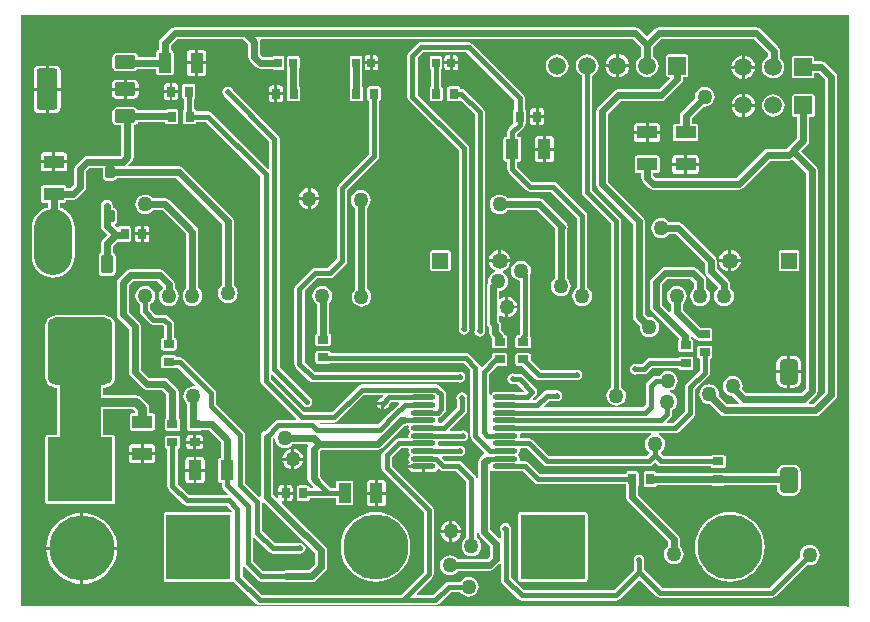
<source format=gtl>
%FSTAX42Y42*%
%MOMM*%
%SFA1B1*%

%IPPOS*%
%AMD10*
4,1,8,0.398780,1.094740,-0.398780,1.094740,-0.800100,0.695960,-0.800100,-0.695960,-0.398780,-1.094740,0.398780,-1.094740,0.800100,-0.695960,0.800100,0.695960,0.398780,1.094740,0.0*
1,1,0.800000,0.398780,0.695960*
1,1,0.800000,-0.398780,0.695960*
1,1,0.800000,-0.398780,-0.695960*
1,1,0.800000,0.398780,-0.695960*
%
%AMD17*
4,1,8,-0.299720,-0.500380,0.299720,-0.500380,0.398780,-0.398780,0.398780,0.398780,0.299720,0.500380,-0.299720,0.500380,-0.398780,0.398780,-0.398780,-0.398780,-0.299720,-0.500380,0.0*
1,1,0.200000,-0.299720,-0.398780*
1,1,0.200000,0.299720,-0.398780*
1,1,0.200000,0.299720,0.398780*
1,1,0.200000,-0.299720,0.398780*
%
%AMD18*
4,1,8,-0.873760,1.529080,-0.873760,-1.529080,-0.655320,-1.750060,0.655320,-1.750060,0.873760,-1.529080,0.873760,1.529080,0.655320,1.750060,-0.655320,1.750060,-0.873760,1.529080,0.0*
1,1,0.440000,-0.655320,1.529080*
1,1,0.440000,-0.655320,-1.529080*
1,1,0.440000,0.655320,-1.529080*
1,1,0.440000,0.655320,1.529080*
%
%AMD19*
4,1,8,-0.873760,0.408940,-0.873760,-0.408940,-0.734060,-0.551180,0.734060,-0.551180,0.873760,-0.408940,0.873760,0.408940,0.734060,0.551180,-0.734060,0.551180,-0.873760,0.408940,0.0*
1,1,0.280000,-0.734060,0.408940*
1,1,0.280000,-0.734060,-0.408940*
1,1,0.280000,0.734060,-0.408940*
1,1,0.280000,0.734060,0.408940*
%
%AMD20*
4,1,8,-0.873760,0.408940,-0.873760,-0.408940,-0.734060,-0.551180,0.734060,-0.551180,0.873760,-0.408940,0.873760,0.408940,0.734060,0.551180,-0.734060,0.551180,-0.873760,0.408940,0.0*
1,1,0.280000,-0.734060,0.408940*
1,1,0.280000,-0.734060,-0.408940*
1,1,0.280000,0.734060,-0.408940*
1,1,0.280000,0.734060,0.408940*
%
%AMD21*
4,1,8,-2.059940,-2.849880,2.059940,-2.849880,2.750820,-2.159000,2.750820,2.159000,2.059940,2.849880,-2.059940,2.849880,-2.750820,2.159000,-2.750820,-2.159000,-2.059940,-2.849880,0.0*
1,1,1.380000,-2.059940,-2.159000*
1,1,1.380000,2.059940,-2.159000*
1,1,1.380000,2.059940,2.159000*
1,1,1.380000,-2.059940,2.159000*
%
%AMD22*
4,1,8,-0.370840,-0.800100,0.370840,-0.800100,0.500380,-0.670560,0.500380,0.670560,0.370840,0.800100,-0.370840,0.800100,-0.500380,0.670560,-0.500380,-0.670560,-0.370840,-0.800100,0.0*
1,1,0.260000,-0.370840,-0.670560*
1,1,0.260000,0.370840,-0.670560*
1,1,0.260000,0.370840,0.670560*
1,1,0.260000,-0.370840,0.670560*
%
G04~CAMADD=10~8~0.0~0.0~629.9~862.2~157.5~0.0~15~0.0~0.0~0.0~0.0~0~0.0~0.0~0.0~0.0~0~0.0~0.0~0.0~0.0~629.9~862.2*
%ADD10D10*%
%ADD11R,1.699997X1.099998*%
%ADD12O,2.099996X0.449999*%
%ADD13R,0.699999X0.899998*%
%ADD14R,0.899998X0.699999*%
%ADD15R,0.649999X0.799998*%
%ADD16R,1.099998X1.699997*%
G04~CAMADD=17~8~0.0~0.0~315.0~393.7~39.4~0.0~15~0.0~0.0~0.0~0.0~0~0.0~0.0~0.0~0.0~0~0.0~0.0~0.0~180.0~316.0~394.0*
%ADD17D17*%
G04~CAMADD=18~8~0.0~0.0~1378.0~689.0~86.6~0.0~15~0.0~0.0~0.0~0.0~0~0.0~0.0~0.0~0.0~0~0.0~0.0~0.0~90.0~689.0~1377.0*
%ADD18D18*%
G04~CAMADD=19~8~0.0~0.0~433.1~689.0~55.1~0.0~15~0.0~0.0~0.0~0.0~0~0.0~0.0~0.0~0.0~0~0.0~0.0~0.0~90.0~690.0~433.0*
%ADD19D19*%
G04~CAMADD=20~8~0.0~0.0~433.1~689.0~55.1~0.0~15~0.0~0.0~0.0~0.0~0~0.0~0.0~0.0~0.0~0~0.0~0.0~0.0~90.0~690.0~433.0*
%ADD20D20*%
G04~CAMADD=21~8~0.0~0.0~2165.4~2244.1~271.7~0.0~15~0.0~0.0~0.0~0.0~0~0.0~0.0~0.0~0.0~0~0.0~0.0~0.0~180.0~2166.0~2244.0*
%ADD21D21*%
G04~CAMADD=22~8~0.0~0.0~393.7~629.9~51.2~0.0~15~0.0~0.0~0.0~0.0~0~0.0~0.0~0.0~0.0~0~0.0~0.0~0.0~180.0~394.0~630.0*
%ADD22D22*%
%ADD23C,0.449999*%
%ADD24C,0.599999*%
%ADD25C,0.799998*%
%ADD26C,3.499993*%
%ADD27C,3.249993*%
%ADD28R,1.499997X1.499997*%
%ADD29C,1.499997*%
%ADD30R,5.499989X5.499989*%
%ADD31C,5.499989*%
%ADD32R,5.499989X5.499989*%
%ADD33C,1.349997*%
%ADD34R,1.349997X1.349997*%
%ADD35C,1.269997*%
%ADD36C,0.499999*%
%ADD37C,1.999996*%
%LNwhey_agr_agr_pcb-1*%
%LPD*%
G36*
X007011Y-000006D02*
X006999Y-000011D01*
X006993Y-000005*
X000002*
X-000005Y000002*
X0Y004999*
X000005Y005005*
X007011*
Y-000006*
G37*
%LNwhey_agr_agr_pcb-2*%
%LPC*%
G36*
X001049Y003483D02*
X001027Y00348D01*
X001007Y003472*
X000989Y003459*
X000976Y003441*
X000968Y003421*
X000965Y003399*
X000968Y003377*
X000976Y003357*
X000989Y003339*
X001007Y003326*
X001027Y003318*
X001049Y003315*
X001071Y003318*
X001091Y003326*
X001109Y003339*
X001115Y003348*
X001197*
X001398Y003147*
Y00269*
X001389Y002684*
X001376Y002667*
X001368Y002646*
X001365Y002624*
X001368Y002602*
X001376Y002582*
X001389Y002564*
X001407Y002551*
X001427Y002543*
X001449Y00254*
X001471Y002543*
X001491Y002551*
X001509Y002564*
X001522Y002582*
X00153Y002602*
X001533Y002624*
X00153Y002646*
X001522Y002667*
X001509Y002684*
X0015Y00269*
Y003168*
X001496Y003187*
X001485Y003204*
X001254Y003435*
X001237Y003446*
X001218Y00345*
X001115*
X001109Y003459*
X001091Y003472*
X001071Y00348*
X001049Y003483*
G37*
G36*
X003787Y004774D02*
X003387D01*
X00337Y00477*
X003356Y004761*
X003281Y004686*
X003271Y004672*
X003268Y004655*
Y004311*
X003271Y004295*
X003281Y004281*
X003706Y003856*
Y002356*
X003703Y002343*
X003707Y002325*
X003717Y00231*
X003731Y0023*
X003749Y002297*
X003767Y0023*
X003781Y00231*
X003791Y002325*
X003795Y002343*
X003792Y002356*
Y003874*
X003789Y003891*
X00378Y003905*
X003355Y004329*
Y004637*
X003404Y004687*
X003769*
X004174Y004281*
Y004206*
X004168Y004202*
X004164Y004196*
X004162Y004188*
Y004098*
X004164Y00409*
X004167Y004085*
X004127Y004045*
X004118Y004031*
X004114Y004014*
Y003973*
X004103*
X004095Y003972*
X004088Y003967*
X004084Y003961*
X004082Y003953*
Y003783*
X004084Y003775*
X004088Y003768*
X004095Y003764*
X004103Y003762*
X004114*
Y003696*
X004118Y00368*
X004127Y003666*
X004275Y003518*
X004289Y003509*
X004305Y003506*
X004487*
X004706Y003287*
Y002696*
X004689Y002684*
X004676Y002667*
X004668Y002646*
X004665Y002624*
X004668Y002602*
X004676Y002582*
X004689Y002564*
X004707Y002551*
X004727Y002543*
X004749Y00254*
X004771Y002543*
X004791Y002551*
X004809Y002564*
X004822Y002582*
X00483Y002602*
X004833Y002624*
X00483Y002646*
X004822Y002667*
X004809Y002684*
X004792Y002696*
Y003305*
X004789Y003322*
X00478Y003336*
X004536Y00358*
X004522Y003589*
X004505Y003592*
X004323*
X004201Y003714*
Y003762*
X004213*
X004221Y003764*
X004227Y003768*
X004232Y003775*
X004233Y003783*
Y003953*
X004232Y003961*
X004227Y003967*
X004221Y003972*
X004213Y003973*
X004201*
Y003996*
X004248Y004043*
X004258Y004057*
X004261Y004074*
Y004079*
X004267Y004083*
X004272Y00409*
X004273Y004098*
Y004188*
X004272Y004196*
X004267Y004202*
X004261Y004206*
Y004299*
X004258Y004316*
X004248Y00433*
X003817Y004761*
X003803Y00477*
X003787Y004774*
G37*
G36*
X002874Y003521D02*
X002852Y003518D01*
X002832Y003509*
X002814Y003496*
X002801Y003479*
X002794Y003458*
X00279Y003437*
X002794Y003415*
X002801Y003394*
X002814Y003377*
X002823Y00337*
Y002679*
X002821Y002677*
X002807Y00266*
X002799Y00264*
X002796Y002618*
X002799Y002596*
X002807Y002576*
X002821Y002558*
X002838Y002545*
X002858Y002536*
X00288Y002534*
X002902Y002536*
X002922Y002545*
X00294Y002558*
X002953Y002576*
X002962Y002596*
X002964Y002618*
X002962Y00264*
X002953Y00266*
X00294Y002677*
X002925Y002689*
Y00337*
X002934Y003377*
X002947Y003394*
X002955Y003415*
X002958Y003437*
X002955Y003458*
X002947Y003479*
X002934Y003496*
X002916Y003509*
X002896Y003518*
X002874Y003521*
G37*
G36*
X001174Y00285D02*
X000924D01*
X000904Y002846*
X000889Y002835*
X000825Y002773*
X000814Y002756*
X000811Y002737*
Y002468*
X000814Y002448*
X000825Y002432*
X000911Y002347*
Y00198*
X000914Y001961*
X000925Y001944*
X001025Y001844*
X001042Y001833*
X001061Y001829*
X00119*
X001229Y00179*
Y001591*
X001227Y00159*
X001221Y001586*
X001216Y001579*
X001215Y001572*
Y001501*
X001216Y001494*
X001221Y001487*
X001227Y001483*
X001235Y001481*
X001325*
X001333Y001483*
X00134Y001487*
X001344Y001494*
X001346Y001501*
Y001572*
X001344Y001579*
X00134Y001586*
X001333Y00159*
X001331Y001591*
Y001811*
X001327Y001831*
X001316Y001848*
X001248Y001916*
X001231Y001927*
X001211Y001931*
X001083*
X001012Y002001*
Y002368*
X001009Y002387*
X000998Y002404*
X000912Y002489*
Y002715*
X000945Y002748*
X001153*
X001198Y002703*
Y00269*
X001189Y002684*
X001176Y002667*
X001168Y002646*
X001165Y002624*
X001168Y002602*
X001176Y002582*
X001189Y002564*
X001207Y002551*
X001227Y002543*
X001249Y00254*
X001271Y002543*
X001291Y002551*
X001309Y002564*
X001322Y002582*
X00133Y002602*
X001333Y002624*
X00133Y002646*
X001322Y002667*
X001309Y002684*
X0013Y00269*
Y002724*
X001296Y002744*
X001285Y00276*
X00121Y002835*
X001194Y002846*
X001174Y00285*
G37*
G36*
X004124Y002618D02*
Y002543D01*
X004199*
X004198Y002553*
X004189Y002575*
X004175Y002594*
X004156Y002608*
X004135Y002617*
X004124Y002618*
G37*
G36*
X004049Y003483D02*
X004027Y00348D01*
X004007Y003472*
X003989Y003459*
X003976Y003441*
X003968Y003421*
X003965Y003399*
X003968Y003377*
X003976Y003357*
X003989Y003339*
X004007Y003326*
X004027Y003318*
X004049Y003315*
X004071Y003318*
X004091Y003326*
X004109Y003339*
X004115Y003348*
X004365*
X004517Y003197*
Y002771*
X004508Y002765*
X004495Y002747*
X004486Y002727*
X004484Y002705*
X004486Y002683*
X004495Y002663*
X004508Y002646*
X004526Y002632*
X004546Y002624*
X004568Y002621*
X00459Y002624*
X00461Y002632*
X004627Y002646*
X004641Y002663*
X004649Y002683*
X004652Y002705*
X004649Y002727*
X004641Y002747*
X004627Y002765*
X004619Y002771*
Y003188*
X004621Y003192*
X004625Y003211*
X004621Y003231*
X00461Y003248*
X004423Y003435*
X004406Y003446*
X004387Y00345*
X004115*
X004109Y003459*
X004091Y003472*
X004071Y00348*
X004049Y003483*
G37*
G36*
X005687Y002869D02*
X005449D01*
X005429Y002865*
X005413Y002854*
X005338Y002779*
X005327Y002762*
X005323Y002743*
Y00253*
X005327Y002511*
X005338Y002494*
X005565Y002268*
Y002255*
X00556Y002248*
X005559Y00224*
Y00217*
X00556Y002162*
X005565Y002156*
X005571Y002151*
X005579Y00215*
X005669*
X005677Y002151*
X005683Y002156*
X005688Y002162*
X005689Y00217*
Y00224*
X005688Y002248*
X005683Y002255*
X005677Y002259*
X005669Y002261*
Y002277*
X005681Y002282*
X0057Y002263*
X005717Y002252*
X005727Y00225*
X005734Y002245*
X005741Y002244*
X005832*
X005839Y002245*
X005846Y00225*
X00585Y002256*
X005852Y002264*
Y002334*
X00585Y002342*
X005846Y002348*
X005839Y002353*
X005832Y002354*
X005753*
X0056Y002508*
Y002558*
X005609Y002564*
X005622Y002582*
X00563Y002602*
X005633Y002624*
X00563Y002646*
X005622Y002667*
X005609Y002684*
X005591Y002697*
X005571Y002705*
X005549Y002708*
X005527Y002705*
X005507Y002697*
X005489Y002684*
X005476Y002667*
X005468Y002646*
X005465Y002624*
X005468Y002602*
X005476Y002582*
X005489Y002564*
X005498Y002558*
Y002496*
X005485Y002491*
X005425Y002551*
Y002722*
X00547Y002767*
X005665*
X005698Y002734*
Y00269*
X005689Y002684*
X005676Y002667*
X005668Y002646*
X005665Y002624*
X005668Y002602*
X005676Y002582*
X005689Y002564*
X005707Y002551*
X005727Y002543*
X005749Y00254*
X005771Y002543*
X005791Y002551*
X005809Y002564*
X005822Y002582*
X00583Y002602*
X005833Y002624*
X00583Y002646*
X005822Y002667*
X005809Y002684*
X0058Y00269*
Y002755*
X005796Y002775*
X005785Y002791*
X005723Y002854*
X005706Y002865*
X005687Y002869*
G37*
G36*
X005418Y003283D02*
X005396Y00328D01*
X005376Y003272*
X005358Y003259*
X005345Y003241*
X005336Y003221*
X005334Y003199*
X005336Y003177*
X005345Y003157*
X005358Y003139*
X005376Y003126*
X005396Y003118*
X005418Y003115*
X00544Y003118*
X005461Y003126*
X005477Y003139*
X005484Y003148*
X00554*
X005786Y002903*
Y002837*
X005789Y002817*
X0058Y0028*
X005898Y002703*
Y00269*
X005889Y002684*
X005876Y002667*
X005868Y002646*
X005865Y002624*
X005868Y002602*
X005876Y002582*
X005889Y002564*
X005907Y002551*
X005927Y002543*
X005949Y00254*
X005971Y002543*
X005991Y002551*
X006009Y002564*
X006022Y002582*
X00603Y002602*
X006033Y002624*
X00603Y002646*
X006022Y002667*
X006009Y002684*
X006Y00269*
Y002724*
X005996Y002744*
X005985Y00276*
X005887Y002858*
Y002924*
X005884Y002944*
X005873Y00296*
X005598Y003235*
X005581Y003246*
X005561Y00325*
X005484*
X005477Y003259*
X005461Y003272*
X00544Y00328*
X005418Y003283*
G37*
G36*
X00423Y002921D02*
X004208Y002918D01*
X004188Y002909*
X004171Y002896*
X004157Y002879*
X004149Y002858*
X004146Y002837*
X004149Y002815*
X004157Y002794*
X004171Y002777*
X004188Y002764*
X004208Y002755*
X004224Y002753*
Y002311*
X004218Y002305*
X00421Y002292*
X004204*
X004196Y00229*
X004191Y002286*
X004185Y002279*
X004184Y002272*
Y002201*
X004185Y002194*
X004191Y002187*
X004196Y002183*
X004204Y002181*
X004294*
X004302Y002183*
X004308Y002187*
X004313Y002194*
X004314Y002201*
Y002272*
X004313Y002279*
X004309Y002284*
X004311Y002293*
Y002799*
X004309Y002809*
X004312Y002815*
X004314Y002837*
X004312Y002858*
X004303Y002879*
X00429Y002896*
X004272Y002909*
X004252Y002918*
X00423Y002921*
G37*
G36*
X002549Y002708D02*
X002527Y002705D01*
X002507Y002697*
X002489Y002684*
X002476Y002667*
X002468Y002646*
X002465Y002624*
X002468Y002602*
X002476Y002582*
X002489Y002564*
X002504Y002553*
Y002309*
X002502*
X002496Y002305*
X002491Y002298*
X00249Y00229*
Y00222*
X002491Y002212*
X002496Y002206*
X002502Y002201*
X00251Y0022*
X0026*
X002608Y002201*
X002615Y002206*
X002619Y002212*
X002621Y00222*
Y00229*
X002619Y002298*
X002615Y002305*
X002608Y002309*
X002606*
Y002563*
X002609Y002564*
X002622Y002582*
X00263Y002602*
X002633Y002624*
X00263Y002646*
X002622Y002667*
X002609Y002684*
X002591Y002697*
X002571Y002705*
X002549Y002708*
G37*
G36*
X005669Y002111D02*
X005579D01*
X005571Y002109*
X005565Y002105*
X005561Y002099*
X005324*
X005307Y002095*
X005293Y002086*
X005256Y002049*
X005212*
X005199Y002051*
X005181Y002048*
X005167Y002038*
X005157Y002023*
X005153Y002005*
X005157Y001988*
X005167Y001973*
X005181Y001963*
X005199Y001959*
X005212Y001962*
X005274*
X005291Y001965*
X005305Y001975*
X005342Y002012*
X005561*
X005565Y002006*
X005571Y002001*
X005579Y002*
X005669*
X005677Y002001*
X005683Y002006*
X005688Y002012*
X005689Y00202*
Y00209*
X005688Y002098*
X005683Y002105*
X005677Y002109*
X005669Y002111*
G37*
G36*
X001049Y002708D02*
X001027Y002705D01*
X001007Y002697*
X000989Y002684*
X000976Y002667*
X000968Y002646*
X000965Y002624*
X000968Y002602*
X000976Y002582*
X000989Y002564*
X001006Y002552*
Y002493*
X001009Y002476*
X001018Y002462*
X001087Y002393*
X001101Y002384*
X001118Y002381*
X001194*
X001206Y002369*
Y002273*
X001204*
X001196Y002272*
X00119Y002267*
X001185Y002261*
X001184Y002253*
Y002183*
X001185Y002175*
X00119Y002168*
X001196Y002164*
X001204Y002162*
X001294*
X001302Y002164*
X001308Y002168*
X001313Y002175*
X001314Y002183*
Y002253*
X001313Y002261*
X001308Y002267*
X001302Y002272*
X001294Y002273*
X001292*
Y002387*
X001289Y002403*
X00128Y002417*
X001242Y002455*
X001228Y002464*
X001211Y002467*
X001136*
X001092Y002511*
Y002552*
X001109Y002564*
X001122Y002582*
X00113Y002602*
X001133Y002624*
X00113Y002646*
X001122Y002667*
X001109Y002684*
X001091Y002697*
X001071Y002705*
X001049Y002708*
G37*
G36*
X004141Y002911D02*
X003957D01*
X003958Y0029*
X003968Y002877*
X003983Y002858*
X004002Y002843*
X004007Y002841*
Y002827*
X003994Y002822*
X003977Y002809*
X003964Y002791*
X003955Y002771*
X003952Y002749*
X003954Y002737*
X003946Y002725*
X003942Y002705*
Y002397*
X003946Y002377*
X003957Y002361*
X003961Y002356*
Y002313*
X003965Y002293*
X003976Y002276*
X003984Y002269*
Y002201*
X003985Y002194*
X00399Y002187*
X003996Y002183*
X004004Y002181*
X004094*
X004102Y002183*
X004108Y002187*
X004113Y002194*
X004114Y002201*
Y002272*
X004113Y002279*
X004108Y002286*
X004102Y00229*
X004094Y002292*
X004092*
X00409Y002302*
X004079Y002318*
X004064Y002334*
Y002377*
X00406Y002397*
X004048Y002413*
X004044Y002418*
Y002454*
X004056Y00246*
X004067Y002453*
X004088Y002444*
X004099Y002442*
Y00253*
Y002618*
X004088Y002617*
X004067Y002608*
X004056Y0026*
X004044Y002606*
Y002667*
X004058Y002668*
X004079Y002676*
X004096Y002689*
X004109Y002707*
X004118Y002727*
X004121Y002749*
X004118Y002771*
X004109Y002791*
X004096Y002809*
X004079Y002822*
Y002836*
X004096Y002843*
X004115Y002858*
X00413Y002877*
X00414Y0029*
X004141Y002911*
G37*
G36*
X004199Y002518D02*
X004124D01*
Y002442*
X004135Y002444*
X004156Y002453*
X004175Y002467*
X004189Y002485*
X004198Y002507*
X004199Y002518*
G37*
G36*
X005628Y004669D02*
X005478D01*
X00547Y004668*
X005464Y004663*
X005459Y004657*
X005458Y004649*
Y004499*
X005459Y004491*
X005464Y004485*
X00547Y00448*
X005478Y004479*
X005484*
X005489Y004467*
X005397Y004375*
X005055*
X005036Y004371*
X005019Y00436*
X004882Y004223*
X004871Y004206*
X004867Y004187*
Y003568*
X004871Y003548*
X004882Y003532*
X005177Y003237*
Y002451*
X005181Y002432*
X005192Y002415*
X005235Y002372*
X005234Y002361*
X005236Y00234*
X005245Y002319*
X005258Y002302*
X005276Y002289*
X005296Y00228*
X005318Y002277*
X00534Y00228*
X00536Y002289*
X005377Y002302*
X005391Y002319*
X005399Y00234*
X005402Y002361*
X005399Y002383*
X005391Y002404*
X005377Y002421*
X00536Y002434*
X00534Y002443*
X005318Y002446*
X005307Y002444*
X005279Y002473*
Y003258*
X005275Y003277*
X005264Y003294*
X004969Y003589*
Y004165*
X005076Y004273*
X005418*
X005437Y004277*
X005454Y004288*
X005589Y004423*
X0056Y00444*
X005604Y004459*
Y004479*
X005628*
X005636Y00448*
X005642Y004485*
X005647Y004491*
X005648Y004499*
Y004649*
X005647Y004657*
X005642Y004663*
X005636Y004668*
X005628Y004669*
G37*
G36*
X003696Y004402D02*
X003627D01*
X003619Y0044*
X003612Y004396*
X003608Y004389*
X003606Y004382*
Y004291*
X003608Y004284*
X003612Y004277*
X003619Y004273*
X003627Y004271*
X003696*
X003704Y004273*
X003711Y004277*
X003725Y004275*
X003837Y004162*
Y002337*
X003834Y002324*
X003838Y002306*
X003848Y002292*
X003863Y002282*
X00388Y002278*
X003898Y002282*
X003913Y002292*
X003923Y002306*
X003926Y002324*
X003924Y002337*
Y00418*
X00392Y004197*
X003911Y004211*
X003755Y004367*
X003741Y004377*
X003724Y00438*
X003717*
Y004382*
X003715Y004389*
X003711Y004396*
X003704Y0044*
X003696Y004402*
G37*
G36*
X005986Y002911D02*
X005907D01*
X005908Y0029*
X005918Y002877*
X005933Y002858*
X005952Y002843*
X005975Y002833*
X005986Y002832*
Y002911*
G37*
G36*
X001011Y00322D02*
X000989D01*
X000979Y003218*
X000971Y003212*
X000965Y003204*
X000963Y003194*
Y003162*
X001011*
Y00322*
G37*
G36*
X001059D02*
X001037D01*
Y003162*
X001085*
Y003194*
X001083Y003204*
X001077Y003212*
X001069Y003218*
X001059Y00322*
G37*
G36*
X001085Y003136D02*
X001037D01*
Y003078*
X001059*
X001069Y00308*
X001077Y003086*
X001083Y003094*
X001085Y003104*
Y003136*
G37*
G36*
X000724Y00344D02*
X000704Y003436D01*
X000688Y003425*
X000677Y003409*
X000673Y003389*
Y003217*
X000677Y003197*
X000688Y003181*
X000727Y003142*
X000691Y003107*
X00068Y00309*
X000677Y003071*
Y002992*
X000667Y002985*
X000659Y002974*
X000657Y002961*
Y002826*
X000659Y002814*
X000667Y002803*
X000677Y002796*
X00069Y002794*
X000765*
X000778Y002796*
X000788Y002803*
X000796Y002814*
X000798Y002826*
Y002961*
X000796Y002974*
X000788Y002985*
X000778Y002992*
Y003049*
X000813Y003084*
X000825Y00309*
X000831Y003085*
X000839Y003084*
X000909*
X000917Y003085*
X000923Y00309*
X000928Y003096*
X000929Y003104*
Y003194*
X000928Y003202*
X000923Y003208*
X000917Y003213*
X000909Y003214*
X000839*
X000831Y003213*
X000825Y003208*
X000824Y003207*
X000809Y003204*
X000792Y003221*
X000795Y003236*
X000801Y00324*
X000807Y00325*
X00081Y003261*
Y003341*
X000807Y003353*
X000801Y003363*
X000791Y00337*
X000779Y003372*
X000775*
Y003389*
X000771Y003409*
X00076Y003425*
X000744Y003436*
X000724Y00344*
G37*
G36*
X002424Y003537D02*
X002413Y003536D01*
X002392Y003527*
X002373Y003512*
X002359Y003494*
X00235Y003472*
X002349Y003462*
X002424*
Y003537*
G37*
G36*
X002449D02*
Y003462D01*
X002524*
X002523Y003472*
X002514Y003494*
X0025Y003512*
X002481Y003527*
X00246Y003536*
X002449Y003537*
G37*
G36*
X002424Y003436D02*
X002349D01*
X00235Y003426*
X002359Y003404*
X002373Y003386*
X002392Y003371*
X002413Y003362*
X002424Y003361*
Y003436*
G37*
G36*
X002524D02*
X002449D01*
Y003361*
X00246Y003362*
X002481Y003371*
X0025Y003386*
X002514Y003404*
X002523Y003426*
X002524Y003436*
G37*
G36*
X003616Y003012D02*
X003482D01*
X003474Y00301*
X003467Y003006*
X003463Y002999*
X003461Y002992*
Y002857*
X003463Y002849*
X003467Y002842*
X003474Y002838*
X003482Y002836*
X003616*
X003624Y002838*
X003631Y002842*
X003635Y002849*
X003637Y002857*
Y002992*
X003635Y002999*
X003631Y003006*
X003624Y00301*
X003616Y003012*
G37*
G36*
X004036Y003016D02*
X004025Y003015D01*
X004002Y003005*
X003983Y00299*
X003968Y002971*
X003958Y002948*
X003957Y002937*
X004036*
Y003016*
G37*
G36*
X006091Y002911D02*
X006012D01*
Y002832*
X006023Y002833*
X006046Y002843*
X006065Y002858*
X00608Y002877*
X00609Y0029*
X006091Y002911*
G37*
G36*
X006567Y003012D02*
X006431D01*
X006424Y00301*
X006417Y003006*
X006413Y002999*
X006411Y002991*
Y002857*
X006413Y002849*
X006417Y002842*
X006424Y002838*
X006431Y002836*
X006567*
X006574Y002838*
X006581Y002842*
X006585Y002849*
X006587Y002857*
Y002991*
X006585Y002999*
X006581Y003006*
X006574Y00301*
X006567Y003012*
G37*
G36*
X006012Y003016D02*
Y002937D01*
X006091*
X00609Y002948*
X00608Y002971*
X006065Y00299*
X006046Y003005*
X006023Y003015*
X006012Y003016*
G37*
G36*
X001011Y003136D02*
X000963D01*
Y003104*
X000965Y003094*
X000971Y003086*
X000979Y00308*
X000989Y003078*
X001011*
Y003136*
G37*
G36*
X004062Y003016D02*
Y002937D01*
X004141*
X00414Y002948*
X00413Y002971*
X004115Y00299*
X004096Y003005*
X004073Y003015*
X004062Y003016*
G37*
G36*
X005986D02*
X005975Y003015D01*
X005952Y003005*
X005933Y00299*
X005918Y002971*
X005908Y002948*
X005907Y002937*
X005986*
Y003016*
G37*
G36*
X006539Y002119D02*
X006512D01*
Y001996*
X006605*
Y002053*
X006604Y00207*
X006596Y002086*
X006586Y0021*
X006572Y00211*
X006556Y002117*
X006539Y002119*
G37*
G36*
X001453Y004421D02*
X001383D01*
X001375Y004419*
X001368Y004415*
X001364Y004408*
X001362Y0044*
Y00431*
X001364Y004302*
X001368Y004296*
X001374Y004292*
Y004202*
X00137Y004196*
X001369Y004188*
Y004098*
X00137Y00409*
X001375Y004083*
X001381Y004079*
X001389Y004077*
X001459*
X001467Y004079*
X001473Y004083*
X001478Y00409*
X001479Y004098*
Y004099*
X001562*
X002024Y003637*
Y001905*
X002028Y001889*
X002037Y001875*
X002327Y001585*
X002322Y001573*
X002174*
X002157Y00157*
X002143Y001561*
X002065Y001482*
X002058Y001481*
X002042Y00147*
X002032Y001454*
X002027Y001434*
Y000932*
X002014Y000926*
X001897Y001043*
Y001444*
X001894Y001461*
X001885Y001475*
X001649Y001711*
Y001799*
X001645Y001816*
X001636Y00183*
X001373Y002092*
X001359Y002102*
X001343Y002105*
X001314*
X001313Y002111*
X001308Y002117*
X001302Y002122*
X001294Y002123*
X001204*
X001196Y002122*
X00119Y002117*
X001185Y002111*
X001184Y002103*
Y002033*
X001185Y002025*
X00119Y002018*
X001196Y002014*
X001204Y002012*
X001294*
X001302Y002014*
X001308Y002018*
X001325*
X001474Y001868*
X001469Y001856*
X001455Y001858*
X001433Y001855*
X001413Y001847*
X001397Y001834*
X001382Y001816*
X001374Y001796*
X001371Y001774*
X001374Y001752*
X001382Y001732*
X001397Y001714*
X001404Y001708*
Y00158*
Y001579*
X001402Y001572*
Y001501*
X001404Y001494*
X001408Y001487*
X001415Y001483*
X001423Y001481*
X001513*
X001521Y001483*
X001525Y001486*
X00159*
X001689Y001387*
Y001254*
X001685*
X001677Y001253*
X001671Y001248*
X001666Y001242*
X001665Y001234*
Y001064*
X001666Y001056*
X001671Y00105*
X001677Y001045*
X001685Y001044*
X001697*
Y00102*
X0017Y001004*
X00171Y00099*
X00175Y000949*
X001745Y000936*
X001417*
X001324Y001029*
Y001331*
X001325*
X001333Y001333*
X00134Y001337*
X001344Y001344*
X001346Y001351*
Y001422*
X001344Y001429*
X00134Y001436*
X001333Y00144*
X001325Y001442*
X001235*
X001227Y00144*
X001221Y001436*
X001216Y001429*
X001215Y001422*
Y001351*
X001216Y001344*
X001221Y001337*
X001227Y001333*
X001235Y001331*
X001237*
Y001011*
X00124Y000995*
X00125Y000981*
X001368Y000862*
X001382Y000853*
X001399Y000849*
X001737*
X001781Y000806*
X001775Y000794*
X001774*
X001224*
X001216Y000793*
X00121Y000788*
X001205Y000782*
X001204Y000774*
Y000224*
X001205Y000216*
X00121Y00021*
X001216Y000205*
X001224Y000204*
X001774*
X001782Y000205*
X001788Y00021*
X001789*
X001801Y000205*
X001987Y000018*
X002001Y000009*
X002018Y000006*
X003505*
X003522Y000009*
X003536Y000018*
X003636Y000118*
X003715*
X003727Y000102*
X003744Y000089*
X003765Y00008*
X003787Y000077*
X003808Y00008*
X003829Y000089*
X003846Y000102*
X003859Y000119*
X003868Y00014*
X003871Y000161*
X003868Y000183*
X003859Y000204*
X003846Y000221*
X003829Y000234*
X003808Y000243*
X003787Y000246*
X003765Y000243*
X003744Y000234*
X003727Y000221*
X003715Y000205*
X003618*
X003601Y000202*
X003587Y000192*
X003487Y000092*
X003351*
X003347Y000104*
X00348Y000237*
X003489Y000251*
X003492Y000268*
Y000811*
X003489Y000828*
X00348Y000842*
X003136Y001186*
Y001256*
X003213Y001333*
X003271*
X00328Y00132*
X003278Y001311*
X003281Y001295*
X003291Y001281*
Y001277*
X003281Y001263*
X003278Y001247*
X003281Y00123*
X00329Y001218*
X003287Y001216*
X003276Y0012*
X003275Y001194*
X003404*
Y001181*
X003417*
Y001133*
X003487*
X003505Y001136*
X003521Y001147*
X003526Y001155*
X003542Y001156*
X003543*
X003557Y001146*
X003573Y001143*
X003681*
X003768Y001056*
Y000577*
X003752Y000565*
X003739Y000547*
X00373Y000527*
X003727Y000505*
X00373Y000483*
X003739Y000463*
X003752Y000446*
X003769Y000432*
X00379Y000424*
X003811Y000421*
X003833Y000424*
X003854Y000432*
X003871Y000446*
X003884Y000463*
X003893Y000483*
X003896Y000505*
X003893Y000527*
X003884Y000547*
X003871Y000565*
X003855Y000577*
Y000623*
X003868Y000624*
X003871Y000609*
X003882Y000592*
X003967Y000508*
Y000422*
X003945Y0004*
X003692*
X00369Y000402*
X003672Y000416*
X003652Y000424*
X00363Y000427*
X003608Y000424*
X003588Y000416*
X003571Y000402*
X003557Y000385*
X003549Y000365*
X003546Y000343*
X003549Y000321*
X003557Y000301*
X003571Y000283*
X003588Y00027*
X003608Y000261*
X00363Y000259*
X003652Y000261*
X003672Y00027*
X00369Y000283*
X003701Y000298*
X003966*
X003985Y000302*
X004002Y000313*
X004048Y000359*
X00406Y000354*
Y000219*
X004064Y000203*
X004073Y000189*
X004204Y000057*
X004218Y000048*
X004235Y000045*
X005038*
X005055Y000048*
X005069Y000057*
X005233Y000222*
X005375Y000081*
X005389Y000071*
X005405Y000068*
X006355*
X006372Y000071*
X006386Y000081*
X006654Y000349*
X006674Y000346*
X006696Y000349*
X006716Y000357*
X006734Y000371*
X006747Y000388*
X006755Y000408*
X006758Y00043*
X006755Y000452*
X006747Y000472*
X006734Y00049*
X006716Y000503*
X006696Y000512*
X006674Y000514*
X006652Y000512*
X006632Y000503*
X006614Y00049*
X006601Y000472*
X006593Y000452*
X00659Y00043*
X006592Y00041*
X006337Y000155*
X005423*
X005286Y000292*
X005274Y000304*
Y000374*
X005276Y000387*
X005273Y000404*
X005263Y000419*
X005248Y000429*
X00523Y000432*
X005213Y000429*
X005198Y000419*
X005188Y000404*
X005184Y000387*
X005187Y000374*
Y000298*
X00502Y000131*
X004253*
X004147Y000237*
Y00065*
X004144Y000667*
X004142Y00067*
X004141Y000673*
X004131Y000688*
X004117Y000698*
X004099Y000701*
X004081Y000698*
X004067Y000688*
X004057Y000673*
X004053Y000655*
X004057Y000638*
X00406Y000632*
Y000576*
X004048Y00057*
X003969Y000649*
Y001146*
X003978Y00115*
X003981*
X003995Y001141*
X004011Y001138*
X004249*
X004343Y001043*
X004357Y001034*
X004374Y001031*
X005119*
Y001029*
X00512Y001021*
X005123Y001017*
Y000918*
X005127Y000898*
X005138Y000882*
X005473Y000547*
Y000503*
X005464Y000496*
X005451Y000479*
X005443Y000458*
X00544Y000437*
X005443Y000415*
X005451Y000394*
X005464Y000377*
X005482Y000364*
X005502Y000355*
X005524Y000352*
X005546Y000355*
X005566Y000364*
X005584Y000377*
X005597Y000394*
X005605Y000415*
X005608Y000437*
X005605Y000458*
X005597Y000479*
X005584Y000496*
X005575Y000503*
Y000568*
X005571Y000587*
X00556Y000604*
X005225Y000939*
Y001017*
X005228Y001021*
X005229Y001029*
Y001119*
X005228Y001127*
X005223Y001133*
X005217Y001138*
X005209Y001139*
X005139*
X005131Y001138*
X005125Y001133*
X00512Y001127*
X005119Y001119*
Y001117*
X004392*
X004297Y001212*
X004283Y001222*
X004266Y001225*
X004227*
X004218Y001238*
X00422Y001247*
X004217Y001263*
X004207Y001277*
Y001281*
X004217Y001295*
X00422Y001311*
X004218Y00132*
X004227Y001333*
X004279*
X004418Y001193*
X004432Y001184*
X004449Y001181*
X005311*
X005328Y001184*
X005342Y001193*
X005365Y001216*
X005387Y001193*
X005401Y001184*
X005418Y001181*
X005836*
X00584Y001175*
X005846Y00117*
X005854Y001169*
X005944*
X005952Y00117*
X005958Y001175*
X005963Y001181*
X005964Y001189*
Y001259*
X005963Y001267*
X005958Y001273*
X005952Y001278*
X005944Y001279*
X005854*
X005846Y001278*
X00584Y001273*
X005836Y001267*
X005436*
X005412Y001291*
X005413Y001306*
X005424Y001314*
X005438Y001332*
X005446Y001352*
X005449Y001374*
X005446Y001397*
X005438Y001416*
X005424Y001434*
X005407Y001447*
X005398Y00145*
X005401Y001463*
X005538*
X005554Y001466*
X005568Y001476*
X005692Y0016*
X005702Y001614*
X005705Y00163*
Y001831*
X005817Y001943*
X005827Y001957*
X00583Y001974*
Y002094*
X005832*
X005839Y002095*
X005846Y0021*
X00585Y002106*
X005852Y002114*
Y002184*
X00585Y002192*
X005846Y002198*
X005839Y002203*
X005832Y002204*
X005741*
X005734Y002203*
X005727Y002198*
X005723Y002192*
X005721Y002184*
Y002114*
X005723Y002106*
X005727Y0021*
X005734Y002095*
X005741Y002094*
X005743*
Y001992*
X005631Y00188*
X005621Y001866*
X005618Y001849*
Y001648*
X00552Y00155*
X005471*
X005467Y001562*
X005498Y001593*
X005508Y001607*
X005511Y001624*
Y001658*
X005527Y001671*
X005541Y001688*
X005549Y001708*
X005552Y00173*
X005549Y001752*
X005541Y001772*
X005527Y00179*
X00551Y001803*
X005492Y001811*
Y00182*
Y001823*
X005496Y001824*
X005516Y001832*
X005534Y001846*
X005547Y001863*
X005555Y001883*
X005558Y001905*
X005555Y001927*
X005547Y001947*
X005534Y001965*
X005516Y001978*
X005496Y001987*
X005474Y001989*
X005452Y001987*
X005432Y001978*
X005414Y001965*
X005402Y001949*
X005374*
X005357Y001945*
X005343Y001936*
X0053Y001892*
X00529Y001878*
X005287Y001861*
Y001704*
X005262Y00168*
X004426*
X004422Y001692*
X004467Y001737*
X004524*
X004537Y001734*
X004554Y001738*
X004569Y001748*
X004579Y001763*
X004582Y00178*
X004579Y001798*
X004569Y001813*
X004554Y001823*
X004537Y001826*
X004524Y001824*
X004449*
X004432Y00182*
X004418Y001811*
X004352Y001745*
X004335*
X00433Y001757*
X004358Y001784*
X004367Y001798*
X00437Y001815*
X004367Y001831*
X004358Y001845*
X004248Y001955*
X004234Y001964*
X004218Y001967*
X004174*
X004161Y00197*
X004144Y001966*
X004129Y001956*
X004119Y001942*
X004116Y001924*
X004119Y001906*
X004129Y001892*
X004144Y001882*
X004161Y001878*
X004174Y001881*
X0042*
X004258Y001823*
X004253Y00181*
X004011*
X003995Y001807*
X003981Y001797*
X003974Y001787*
X003961Y00179*
Y001966*
X004026Y002032*
X004094*
X004102Y002033*
X004108Y002037*
X004113Y002044*
X004114Y002051*
Y002122*
X004113Y002129*
X004108Y002136*
X004102Y00214*
X004094Y002142*
X004004*
X003996Y00214*
X00399Y002136*
X003985Y002129*
X003984Y002122*
Y002111*
X003899Y002026*
X003885Y002032*
Y002032*
X003875Y002046*
X003792Y00213*
X003778Y002139*
X003761Y002142*
X00262*
X002619Y002148*
X002615Y002155*
X002608Y002159*
X0026Y002161*
X00251*
X002502Y002159*
X002496Y002155*
X002491Y002148*
X00249Y00214*
Y00207*
X002491Y002062*
X002496Y002056*
X002502Y002051*
X00251Y00205*
X0026*
X002608Y002051*
X002614Y002056*
X003744*
X003801Y001998*
Y001435*
X003805Y001418*
X003814Y001404*
X003919Y001299*
X00392Y001296*
X003917Y001283*
X003904Y001275*
X003882Y001252*
X003871Y001236*
X003867Y001216*
Y001079*
X003854Y001078*
X003852Y001091*
X003842Y001105*
X00373Y001217*
X003716Y001227*
X003699Y00123*
X003591*
X003565Y001256*
X00357Y001268*
X003699*
X003711Y001266*
X003729Y00127*
X003744Y001279*
X003754Y001294*
X003757Y001311*
X003754Y001329*
X003744Y001344*
X003729Y001354*
X003711Y001357*
X003699Y001355*
X003537*
X003528Y001368*
X00353Y001376*
X003528Y001385*
X003537Y001398*
X003596*
X003601Y001397*
X003726*
X003739Y001395*
X003756Y001398*
X003771Y001408*
X003781Y001423*
X003785Y001441*
X003781Y001458*
X003771Y001473*
X003756Y001483*
X003739Y001486*
X003726Y001484*
X00363*
X003626Y001496*
X003761Y001631*
X00377Y001645*
X003774Y001661*
Y001749*
X003776Y001761*
X003773Y001779*
X003763Y001794*
X003748Y001804*
X00373Y001807*
X003713Y001804*
X003698Y001794*
X003688Y001779*
X003684Y001761*
X003687Y001749*
Y001679*
X003557Y00155*
X003537*
X003528Y001563*
X00353Y001572*
X003528Y001582*
X003527Y001588*
X003537Y001596*
X003541*
X003556Y001606*
X003582Y001633*
X003592Y001647*
X003595Y001664*
Y001793*
X003592Y00181*
X003582Y001824*
X003544Y001862*
X00353Y001872*
X003513Y001875*
X002882*
X002865Y001872*
X002851Y001862*
X002627Y001638*
X002396*
X002111Y001923*
Y001958*
X002124Y001963*
X002378Y001709*
X002385Y001698*
X0024Y001688*
X002418Y001684*
X002435Y001688*
X00245Y001698*
X00246Y001713*
X002464Y00173*
X00246Y001748*
X00245Y001763*
X002439Y00177*
X002186Y002023*
Y003955*
X002183Y003972*
X002173Y003986*
X001789Y004371*
X001781Y004381*
X001767Y004391*
X001749Y004395*
X001731Y004391*
X001717Y004381*
X001707Y004367*
X001703Y004349*
X001707Y004331*
X001717Y004318*
X001727Y004309*
X002099Y003937*
Y003703*
X002087Y003698*
X001611Y004173*
X001597Y004183*
X00158Y004186*
X001479*
Y004188*
X001478Y004196*
X001473Y004202*
X001467Y004207*
X001461Y004208*
Y004292*
X001467Y004296*
X001472Y004302*
X001473Y00431*
Y0044*
X001472Y004408*
X001467Y004415*
X001461Y004419*
X001453Y004421*
G37*
G36*
X001458Y001136D02*
X001389D01*
Y001064*
X001391Y001054*
X001397Y001046*
X001405Y00104*
X001415Y001038*
X001458*
Y001136*
G37*
G36*
X003624Y000718D02*
X003613Y000717D01*
X003592Y000708*
X003573Y000694*
X003559Y000675*
X00355Y000653*
X003549Y000643*
X003624*
Y000718*
G37*
G36*
X003649D02*
Y000643D01*
X003724*
X003723Y000653*
X003714Y000675*
X0037Y000694*
X003681Y000708*
X00366Y000717*
X003649Y000718*
G37*
G36*
X003391Y001169D02*
X003275D01*
X003276Y001163*
X003287Y001147*
X003303Y001136*
X003321Y001133*
X003391*
Y001169*
G37*
G36*
X001458Y00126D02*
X001415D01*
X001405Y001258*
X001397Y001252*
X001391Y001244*
X001389Y001234*
Y001162*
X001458*
Y00126*
G37*
G36*
X001551Y001136D02*
X001483D01*
Y001038*
X001525*
X001535Y00104*
X001544Y001046*
X001549Y001054*
X001551Y001064*
Y001136*
G37*
G36*
X006539Y001195D02*
X006459D01*
X006436Y001191*
X006416Y001177*
X006402Y001157*
X006398Y001134*
Y001125*
X005956*
X005952Y001128*
X005944Y001129*
X005854*
X005846Y001128*
X005842Y001125*
X005378*
Y001127*
X005373Y001133*
X005367Y001138*
X005359Y001139*
X005289*
X005281Y001138*
X005275Y001133*
X00527Y001127*
X005269Y001119*
Y001029*
X00527Y001021*
X005275Y001016*
X005281Y00101*
X005289Y001009*
X005359*
X005367Y00101*
X005373Y001016*
X005378Y001021*
Y001023*
X005842*
X005846Y00102*
X005854Y001019*
X005944*
X005952Y00102*
X005956Y001023*
X006398*
Y000995*
X006402Y000972*
X006416Y000952*
X006436Y000938*
X006459Y000934*
X006539*
X006562Y000938*
X006582Y000952*
X006596Y000972*
X0066Y000995*
Y001134*
X006596Y001157*
X006582Y001177*
X006562Y001191*
X006539Y001195*
G37*
G36*
X005999Y000795D02*
X005953Y000791D01*
X005908Y00078*
X005865Y000763*
X005825Y000738*
X00579Y000708*
X00576Y000673*
X005735Y000633*
X005718Y00059*
X005707Y000545*
X005703Y000499*
X005707Y000453*
X005718Y000408*
X005735Y000365*
X00576Y000325*
X00579Y00029*
X005825Y00026*
X005865Y000235*
X005908Y000218*
X005953Y000207*
X005999Y000203*
X006045Y000207*
X00609Y000218*
X006133Y000235*
X006173Y00026*
X006208Y00029*
X006238Y000325*
X006263Y000365*
X00628Y000408*
X006291Y000453*
X006295Y000499*
X006291Y000545*
X00628Y00059*
X006263Y000633*
X006238Y000673*
X006208Y000708*
X006173Y000738*
X006133Y000763*
X00609Y00078*
X006045Y000791*
X005999Y000795*
G37*
G36*
X004774Y000794D02*
X004224D01*
X004216Y000793*
X00421Y000788*
X004205Y000782*
X004204Y000774*
Y000224*
X004205Y000216*
X00421Y00021*
X004216Y000205*
X004224Y000204*
X004774*
X004782Y000205*
X004788Y00021*
X004793Y000216*
X004794Y000224*
Y000774*
X004793Y000782*
X004788Y000788*
X004782Y000793*
X004774Y000794*
G37*
G36*
X000499Y000474D02*
X000211D01*
X000214Y000439*
X000225Y000393*
X000243Y00035*
X000268Y000309*
X000298Y000273*
X000334Y000243*
X000375Y000218*
X000418Y0002*
X000464Y000189*
X000499Y000186*
Y000474*
G37*
G36*
X000812D02*
X000524D01*
Y000186*
X000559Y000189*
X000605Y0002*
X000648Y000218*
X000689Y000243*
X000725Y000273*
X000755Y000309*
X00078Y00035*
X000798Y000393*
X000809Y000439*
X000812Y000474*
G37*
G36*
X003624Y000618D02*
X003549D01*
X00355Y000607*
X003559Y000585*
X003573Y000567*
X003592Y000553*
X003613Y000544*
X003624Y000542*
Y000618*
G37*
G36*
X003724D02*
X003649D01*
Y000542*
X00366Y000544*
X003681Y000553*
X0037Y000567*
X003714Y000585*
X003723Y000607*
X003724Y000618*
G37*
G36*
X000499Y000787D02*
X000464Y000784D01*
X000418Y000773*
X000375Y000755*
X000334Y00073*
X000298Y0007*
X000268Y000664*
X000243Y000623*
X000225Y00058*
X000214Y000534*
X000211Y000499*
X000499*
Y000787*
G37*
G36*
X000524D02*
Y000499D01*
X000812*
X000809Y000534*
X000798Y00058*
X00078Y000623*
X000755Y000664*
X000725Y0007*
X000689Y00073*
X000648Y000755*
X000605Y000773*
X000559Y000784*
X000524Y000787*
G37*
G36*
X001525Y00126D02*
X001483D01*
Y001162*
X001551*
Y001234*
X001549Y001244*
X001544Y001252*
X001535Y001258*
X001525Y00126*
G37*
G36*
X006695Y004657D02*
X006545D01*
X006537Y004655*
X00653Y004651*
X006526Y004644*
X006524Y004637*
Y004487*
X006526Y004479*
X00653Y004472*
X006537Y004468*
X006545Y004466*
X006695*
X006702Y004468*
X006709Y004472*
X006713Y004479*
X006715Y004487*
Y004511*
X006753*
X006804Y004459*
Y001808*
X006703Y001706*
X006671*
X006666Y001719*
X006729Y001782*
X00674Y001798*
X006744Y001818*
Y003687*
X00674Y003706*
X006729Y003723*
X006602Y003849*
X006658Y003904*
X006669Y003921*
X006673Y003941*
Y004141*
X006697*
X006705Y004143*
X006711Y004147*
X006716Y004154*
X006717Y004161*
Y004311*
X006716Y004319*
X006711Y004326*
X006705Y00433*
X006697Y004332*
X006547*
X006539Y00433*
X006532Y004326*
X006528Y004319*
X006526Y004311*
Y004161*
X006528Y004154*
X006532Y004147*
X006539Y004143*
X006547Y004141*
X006571*
Y003962*
X006494Y003885*
X006478Y003869*
X006318*
X006298Y003865*
X006282Y003854*
X006053Y003625*
X00537*
X00535Y003645*
Y003664*
X005384*
X005392Y003665*
X005398Y00367*
X005403Y003676*
X005404Y003684*
Y003794*
X005403Y003802*
X005398Y003808*
X005392Y003813*
X005384Y003814*
X005214*
X005207Y003813*
X0052Y003808*
X005195Y003802*
X005194Y003794*
Y003684*
X005195Y003676*
X0052Y00367*
X005207Y003665*
X005214Y003664*
X005248*
Y003624*
X005252Y003604*
X005263Y003588*
X005313Y003538*
X005329Y003527*
X005349Y003523*
X006074*
X006094Y003527*
X00611Y003538*
X006339Y003767*
X006499*
X006519Y003771*
X006529Y003778*
X006642Y003665*
Y001839*
X006604Y0018*
X006139*
X006104Y001835*
X006105Y00184*
X006108Y001861*
X006105Y001883*
X006097Y001905*
X006084Y001921*
X006066Y001934*
X006046Y001943*
X006024Y001946*
X006002Y001943*
X005982Y001934*
X005964Y001921*
X005951Y001905*
X005943Y001883*
X00594Y001861*
X005943Y00184*
X005951Y001819*
X005964Y001802*
X005982Y001789*
X006002Y00178*
X006016Y001778*
X006076Y001719*
X00607Y001706*
X005976*
X005906Y001778*
X005908Y001793*
X005905Y001815*
X005897Y001835*
X005883Y001852*
X005866Y001866*
X005846Y001874*
X005824Y001877*
X005802Y001874*
X005782Y001866*
X005764Y001852*
X005751Y001835*
X005743Y001815*
X00574Y001793*
X005743Y001771*
X005751Y001751*
X005764Y001733*
X005782Y00172*
X005802Y001711*
X005824Y001709*
X005829*
X005919Y001619*
X005936Y001608*
X005955Y001604*
X006724*
X006744Y001608*
X00676Y001619*
X006891Y00175*
X006902Y001767*
X006906Y001787*
Y00448*
X006902Y0045*
X006891Y004516*
X00681Y004598*
X006794Y004609*
X006774Y004612*
X006715*
Y004637*
X006713Y004644*
X006709Y004651*
X006702Y004655*
X006695Y004657*
G37*
G36*
X006486Y001971D02*
X006393D01*
Y001914*
X006395Y001897*
X006402Y001881*
X006412Y001867*
X006426Y001857*
X006442Y00185*
X006459Y001848*
X006486*
Y001971*
G37*
G36*
X000705Y00246D02*
X000293D01*
X00027Y002457*
X000248Y002448*
X000229Y002434*
X000215Y002415*
X000206Y002393*
X000203Y00237*
Y001938*
X000206Y001915*
X000215Y001893*
X000229Y001874*
X000248Y00186*
X00027Y001851*
X000293Y001848*
X000303*
Y001724*
Y001451*
X000224*
X000216Y00145*
X00021Y001445*
X000205Y001439*
X000204Y001431*
Y000881*
X000205Y000873*
X00021Y000866*
X000216Y000862*
X000224Y00086*
X000774*
X000782Y000862*
X000788Y000866*
X000793Y000873*
X000794Y000881*
Y001431*
X000793Y001439*
X000788Y001445*
X000782Y00145*
X000774Y001451*
X000695*
Y001663*
X000949*
X000963Y001649*
Y001634*
X000939*
X000931Y001633*
X000925Y001628*
X00092Y001622*
X000919Y001614*
Y001504*
X00092Y001496*
X000925Y00149*
X000931Y001485*
X000939Y001484*
X001109*
X001117Y001485*
X001123Y00149*
X001128Y001496*
X001129Y001504*
Y001614*
X001128Y001622*
X001123Y001628*
X001117Y001633*
X001109Y001634*
X001085*
Y001674*
X001081Y001697*
X001067Y001717*
X001017Y001767*
X000997Y001781*
X000974Y001785*
X000695*
Y001848*
X000705*
X000728Y001851*
X00075Y00186*
X000769Y001874*
X000783Y001893*
X000792Y001915*
X000795Y001938*
Y00237*
X000792Y002393*
X000783Y002415*
X000769Y002434*
X00075Y002448*
X000728Y002457*
X000705Y00246*
G37*
G36*
X004791Y00467D02*
X004766Y004667D01*
X004743Y004657*
X004723Y004642*
X004708Y004622*
X004699Y004599*
X004695Y004574*
X004699Y004549*
X004708Y004526*
X004723Y004506*
X004743Y004491*
X004748Y004489*
Y003501*
X004751Y003484*
X00476Y00347*
X004993Y003237*
Y001852*
X004977Y00184*
X004964Y001822*
X004955Y001802*
X004953Y00178*
X004955Y001758*
X004964Y001738*
X004977Y001721*
X004994Y001707*
X005015Y001699*
X005037Y001696*
X005058Y001699*
X00508Y001707*
X005096Y001721*
X005109Y001738*
X005118Y001758*
X005121Y00178*
X005118Y001802*
X005109Y001822*
X005096Y00184*
X00508Y001852*
Y003255*
X005077Y003272*
X005067Y003286*
X004834Y003519*
Y004489*
X004839Y004491*
X004859Y004506*
X004874Y004526*
X004884Y004549*
X004887Y004574*
X004884Y004599*
X004874Y004622*
X004859Y004642*
X004839Y004657*
X004816Y004667*
X004791Y00467*
G37*
G36*
X004294Y002142D02*
X004204D01*
X004196Y00214*
X004191Y002136*
X004185Y002129*
X004184Y002122*
Y002051*
X004185Y002044*
X004191Y002037*
X004196Y002033*
X004204Y002032*
X004243*
X00435Y001925*
X004364Y001915*
X00438Y001912*
X004692*
X004705Y001909*
X004723Y001913*
X004738Y001923*
X004748Y001938*
X004751Y001955*
X004748Y001973*
X004738Y001988*
X004723Y001998*
X004705Y002001*
X004692Y001999*
X004398*
X004314Y002082*
Y002122*
X004313Y002129*
X004308Y002136*
X004302Y00214*
X004294Y002142*
G37*
G36*
X006486Y002119D02*
X006459D01*
X006442Y002117*
X006426Y00211*
X006412Y0021*
X006402Y002086*
X006395Y00207*
X006393Y002053*
Y001996*
X006486*
Y002119*
G37*
G36*
X006605Y001971D02*
X006512D01*
Y001848*
X006539*
X006556Y00185*
X006572Y001857*
X006586Y001867*
X006596Y001881*
X006604Y001897*
X006605Y001914*
Y001971*
G37*
G36*
X003022Y004402D02*
X002951D01*
X002944Y0044*
X002937Y004396*
X002933Y004389*
X002931Y004382*
Y004291*
X002933Y004284*
X002937Y004277*
X002943Y004273*
Y003823*
X002687Y003567*
X002678Y003553*
X002674Y003537*
Y002942*
X002594Y002861*
X002487*
X00247Y002858*
X002456Y002848*
X002325Y002717*
X002315Y002703*
X002312Y002687*
Y002049*
X002315Y002032*
X002325Y002018*
X002437Y001906*
X002451Y001896*
X002468Y001893*
X003699*
X003711Y001891*
X003729Y001894*
X003744Y001905*
X003754Y001919*
X003757Y001937*
X003754Y001954*
X003744Y001969*
X003729Y001979*
X003711Y001982*
X003699Y00198*
X002486*
X002399Y002067*
Y002669*
X002504Y002774*
X002611*
X002628Y002778*
X002642Y002787*
X002748Y002893*
X002758Y002907*
X002761Y002924*
Y003519*
X003017Y003775*
X003027Y003789*
X00303Y003805*
Y004273*
X003036Y004277*
X00304Y004284*
X003042Y004291*
Y004382*
X00304Y004389*
X003036Y004396*
X003029Y0044*
X003022Y004402*
G37*
G36*
X001011Y00137D02*
X000939D01*
X000929Y001368*
X000921Y001362*
X000915Y001354*
X000913Y001344*
Y001302*
X001011*
Y00137*
G37*
G36*
X001109D02*
X001037D01*
Y001302*
X001135*
Y001344*
X001133Y001354*
X001127Y001362*
X001119Y001368*
X001109Y00137*
G37*
G36*
X001011Y001276D02*
X000913D01*
Y001234*
X000915Y001224*
X000921Y001216*
X000929Y00121*
X000939Y001208*
X001011*
Y001276*
G37*
G36*
X001135D02*
X001037D01*
Y001208*
X001109*
X001119Y00121*
X001127Y001216*
X001133Y001224*
X001135Y001234*
Y001276*
G37*
G36*
X001455Y001447D02*
X001423D01*
X001413Y001445*
X001404Y00144*
X001399Y001431*
X001397Y001422*
Y001399*
X001455*
Y001447*
G37*
G36*
X001513D02*
X00148D01*
Y001399*
X001539*
Y001422*
X001537Y001431*
X001531Y00144*
X001524Y001445*
X001513Y001447*
G37*
G36*
X001455Y001374D02*
X001397D01*
Y001351*
X001399Y001342*
X001404Y001333*
X001413Y001328*
X001423Y001326*
X001455*
Y001374*
G37*
G36*
X001539D02*
X00148D01*
Y001326*
X001513*
X001524Y001328*
X001531Y001333*
X001537Y001342*
X001539Y001351*
Y001374*
G37*
G36*
X000866Y004455D02*
X000805D01*
X00079Y004452*
X000777Y004443*
X000768Y004431*
X000765Y004415*
Y004387*
X000866*
Y004455*
G37*
G36*
X000285Y004575D02*
X000232D01*
Y004387*
X000333*
Y004527*
X000329Y004546*
X000319Y004561*
X000303Y004572*
X000285Y004575*
G37*
G36*
X001303Y004426D02*
X00128D01*
Y004368*
X001329*
Y0044*
X001327Y00441*
X001321Y004419*
X001313Y004424*
X001303Y004426*
G37*
G36*
X000206Y004575D02*
X000153D01*
X000135Y004572*
X000119Y004561*
X000109Y004546*
X000105Y004527*
Y004387*
X000206*
Y004575*
G37*
G36*
X006211Y004549D02*
X006124D01*
Y004462*
X006138Y004464*
X006162Y004474*
X006183Y00449*
X006199Y004511*
X006209Y004535*
X006211Y004549*
G37*
G36*
X002997Y004665D02*
X002977D01*
Y004612*
X003022*
Y004639*
X00302Y004649*
X003015Y004657*
X003006Y004663*
X002997Y004665*
G37*
G36*
X000953Y004455D02*
X000892D01*
Y004387*
X000993*
Y004415*
X00099Y004431*
X000981Y004443*
X000968Y004452*
X000953Y004455*
G37*
G36*
X006099Y004549D02*
X006012D01*
X006014Y004535*
X006024Y004511*
X00604Y00449*
X006061Y004474*
X006085Y004464*
X006099Y004462*
Y004549*
G37*
G36*
X003626Y004665D02*
X003607D01*
X003597Y004663*
X003588Y004657*
X003583Y004649*
X003581Y004639*
Y004612*
X003626*
Y004665*
G37*
G36*
X000866Y004361D02*
X000765D01*
Y004333*
X000768Y004318*
X000777Y004305*
X00079Y004296*
X000805Y004293*
X000866*
Y004361*
G37*
G36*
X000993D02*
X000892D01*
Y004293*
X000953*
X000968Y004296*
X000981Y004305*
X00099Y004318*
X000993Y004333*
Y004361*
G37*
G36*
X001255Y004343D02*
X001207D01*
Y00431*
X001209Y0043*
X001214Y004292*
X001223Y004286*
X001233Y004284*
X001255*
Y004343*
G37*
G36*
X001329D02*
X00128D01*
Y004284*
X001303*
X001313Y004286*
X001321Y004292*
X001327Y0043*
X001329Y00431*
Y004343*
G37*
G36*
X001255Y004426D02*
X001233D01*
X001223Y004424*
X001214Y004419*
X001209Y00441*
X001207Y0044*
Y004368*
X001255*
Y004426*
G37*
G36*
X003671Y004665D02*
X003652D01*
Y004612*
X003697*
Y004639*
X003695Y004649*
X00369Y004657*
X003681Y004663*
X003671Y004665*
G37*
G36*
X002143Y004407D02*
X00212D01*
X00211Y004405*
X002102Y0044*
X002096Y004391*
X002094Y004382*
Y004349*
X002143*
Y004407*
G37*
G36*
X00219D02*
X002168D01*
Y004349*
X002216*
Y004382*
X002214Y004391*
X002209Y0044*
X0022Y004405*
X00219Y004407*
G37*
G36*
X005058Y004674D02*
Y004587D01*
X005145*
X005143Y0046*
X005133Y004625*
X005117Y004646*
X005096Y004662*
X005071Y004672*
X005058Y004674*
G37*
G36*
X005032D02*
X005019Y004672D01*
X004994Y004662*
X004973Y004646*
X004957Y004625*
X004947Y0046*
X004945Y004587*
X005032*
Y004674*
G37*
G36*
X002951Y004586D02*
X002906D01*
Y004559*
X002908Y004549*
X002913Y004541*
X002922Y004535*
X002932Y004533*
X002951*
Y004586*
G37*
G36*
X003022D02*
X002977D01*
Y004533*
X002997*
X003006Y004535*
X003015Y004541*
X00302Y004549*
X003022Y004559*
Y004586*
G37*
G36*
X003697D02*
X003652D01*
Y004533*
X003671*
X003681Y004535*
X00369Y004541*
X003695Y004549*
X003697Y004559*
Y004586*
G37*
G36*
X003626D02*
X003581D01*
Y004559*
X003583Y004549*
X003588Y004541*
X003597Y004535*
X003607Y004533*
X003626*
Y004586*
G37*
G36*
X006124Y004661D02*
Y004574D01*
X006211*
X006209Y004588*
X006199Y004612*
X006183Y004633*
X006162Y004649*
X006138Y004659*
X006124Y004661*
G37*
G36*
X006099D02*
X006085Y004659D01*
X006061Y004649*
X00604Y004633*
X006024Y004612*
X006014Y004588*
X006012Y004574*
X006099*
Y004661*
G37*
G36*
X001565Y004586D02*
X001497D01*
Y004488*
X001539*
X001549Y00449*
X001557Y004496*
X001563Y004504*
X001565Y004514*
Y004586*
G37*
G36*
X005199Y0049D02*
X001299D01*
X001279Y004896*
X001263Y004885*
X001178Y0048*
X001167Y004784*
X001163Y004764*
Y004704*
X001159*
X001151Y004703*
X001145Y004699*
X00114Y004692*
X001139Y004684*
Y00465*
X000986*
X000985Y004658*
X000977Y00467*
X000966Y004677*
X000953Y00468*
X000805*
X000792Y004677*
X000781Y00467*
X000773Y004658*
X000771Y004645*
Y004563*
X000773Y00455*
X000781Y004538*
X000792Y004531*
X000805Y004528*
X000953*
X000966Y004531*
X000977Y004538*
X000983Y004548*
X001139*
Y004514*
X00114Y004506*
X001145Y0045*
X001151Y004495*
X001159Y004494*
X00127*
X001277Y004495*
X001283Y0045*
X001288Y004506*
X001289Y004514*
Y004684*
X001288Y004692*
X001283Y004699*
X001277Y004703*
X00127Y004704*
X001265*
Y004743*
X00132Y004798*
X001878*
X001923Y004753*
Y004649*
X001927Y004629*
X001938Y004613*
X001988Y004563*
X002004Y004552*
X002024Y004548*
X002125*
X002127Y004545*
X002134Y00454*
X002141Y004539*
X002207*
X002214Y00454*
X002221Y004545*
X002225Y004551*
X002227Y004559*
Y004639*
X002225Y004647*
X002221Y004653*
X002214Y004658*
X002207Y004659*
X002141*
X002134Y004658*
X002127Y004653*
X002125Y00465*
X002045*
X002025Y00467*
Y004774*
X002023Y004785*
X002032Y004798*
X005178*
X005248Y004728*
Y004655*
X005231Y004642*
X005216Y004622*
X005207Y004599*
X005203Y004574*
X005207Y004549*
X005216Y004526*
X005231Y004506*
X005251Y004491*
X005274Y004481*
X005299Y004478*
X005324Y004481*
X005347Y004491*
X005367Y004506*
X005382Y004526*
X005392Y004549*
X005395Y004574*
X005392Y004599*
X005382Y004622*
X005367Y004642*
X00535Y004655*
Y004728*
X00542Y004798*
X006203*
X006323Y004678*
Y004647*
X006318Y004644*
X006298Y004629*
X006283Y004609*
X006273Y004586*
X00627Y004561*
X006273Y004537*
X006283Y004514*
X006298Y004494*
X006318Y004479*
X006341Y004469*
X006366Y004466*
X00639Y004469*
X006413Y004479*
X006433Y004494*
X006448Y004514*
X006458Y004537*
X006461Y004561*
X006458Y004586*
X006448Y004609*
X006433Y004629*
X006425Y004636*
Y004699*
X006421Y004719*
X00641Y004735*
X00626Y004885*
X006244Y004896*
X006224Y0049*
X005399*
X005379Y004896*
X005363Y004885*
X005299Y004821*
X005235Y004885*
X005219Y004896*
X005199Y0049*
G37*
G36*
X005032Y004561D02*
X004945D01*
X004947Y004548*
X004957Y004523*
X004973Y004502*
X004994Y004486*
X005019Y004476*
X005032Y004474*
Y004561*
G37*
G36*
X002951Y004665D02*
X002932D01*
X002922Y004663*
X002913Y004657*
X002908Y004649*
X002906Y004639*
Y004612*
X002951*
Y004665*
G37*
G36*
X001539Y00471D02*
X001497D01*
Y004612*
X001565*
Y004684*
X001563Y004694*
X001557Y004702*
X001549Y004708*
X001539Y00471*
G37*
G36*
X001471D02*
X001429D01*
X001419Y004708*
X001411Y004702*
X001405Y004694*
X001403Y004684*
Y004612*
X001471*
Y00471*
G37*
G36*
Y004586D02*
X001403D01*
Y004514*
X001405Y004504*
X001411Y004496*
X001419Y00449*
X001429Y004488*
X001471*
Y004586*
G37*
G36*
X005145Y004561D02*
X005058D01*
Y004474*
X005071Y004476*
X005096Y004486*
X005117Y004502*
X005133Y004523*
X005143Y004548*
X005145Y004561*
G37*
G36*
X004537Y00467D02*
X004512Y004667D01*
X004489Y004657*
X004469Y004642*
X004454Y004622*
X004445Y004599*
X004441Y004574*
X004445Y004549*
X004454Y004526*
X004469Y004506*
X004489Y004491*
X004512Y004481*
X004537Y004478*
X004562Y004481*
X004585Y004491*
X004605Y004506*
X00462Y004526*
X00463Y004549*
X004633Y004574*
X00463Y004599*
X00462Y004622*
X004605Y004642*
X004585Y004657*
X004562Y004667*
X004537Y00467*
G37*
G36*
X004483Y003979D02*
X00444D01*
Y00388*
X004509*
Y003953*
X004507Y003963*
X004501Y003971*
X004493Y003977*
X004483Y003979*
G37*
G36*
X005286Y003996D02*
X005188D01*
Y003954*
X00519Y003944*
X005196Y003937*
X005204Y00393*
X005214Y003928*
X005286*
Y003996*
G37*
G36*
X000359Y00384D02*
X000287D01*
Y003772*
X000385*
Y003814*
X000383Y003824*
X000377Y003832*
X000369Y003838*
X000359Y00384*
G37*
G36*
X004415Y003979D02*
X004373D01*
X004363Y003977*
X004354Y003971*
X004349Y003963*
X004347Y003953*
Y00388*
X004415*
Y003979*
G37*
G36*
X005384Y00409D02*
X005312D01*
Y004022*
X00541*
Y004064*
X005408Y004074*
X005402Y004082*
X005394Y004088*
X005384Y00409*
G37*
G36*
X004355Y00413D02*
X004307D01*
Y004098*
X004309Y004088*
X004314Y004079*
X004323Y004074*
X004333Y004072*
X004355*
Y00413*
G37*
G36*
X00541Y003996D02*
X005312D01*
Y003928*
X005384*
X005394Y00393*
X005402Y003937*
X005408Y003944*
X00541Y003954*
Y003996*
G37*
G36*
X005286Y00409D02*
X005214D01*
X005204Y004088*
X005196Y004082*
X00519Y004074*
X005188Y004064*
Y004022*
X005286*
Y00409*
G37*
G36*
X000261Y00384D02*
X000189D01*
X000179Y003838*
X000171Y003832*
X000165Y003824*
X000163Y003814*
Y003772*
X000261*
Y00384*
G37*
G36*
Y003746D02*
X000163D01*
Y003704*
X000165Y003694*
X000171Y003686*
X000179Y00368*
X000189Y003678*
X000261*
Y003746*
G37*
G36*
X000385D02*
X000287D01*
Y003678*
X000359*
X000369Y00368*
X000377Y003686*
X000383Y003694*
X000385Y003704*
Y003746*
G37*
G36*
X005611Y003726D02*
X005513D01*
Y003684*
X005515Y003674*
X005521Y003666*
X005529Y00366*
X005539Y003658*
X005611*
Y003726*
G37*
G36*
X005735D02*
X005637D01*
Y003658*
X005709*
X005719Y00366*
X005727Y003666*
X005733Y003674*
X005735Y003684*
Y003726*
G37*
G36*
X004415Y003855D02*
X004347D01*
Y003783*
X004349Y003773*
X004354Y003764*
X004363Y003759*
X004373Y003757*
X004415*
Y003855*
G37*
G36*
X004509D02*
X00444D01*
Y003757*
X004483*
X004493Y003759*
X004501Y003764*
X004507Y003773*
X004509Y003783*
Y003855*
G37*
G36*
X005611Y00382D02*
X005539D01*
X005529Y003818*
X005521Y003812*
X005515Y003804*
X005513Y003794*
Y003752*
X005611*
Y00382*
G37*
G36*
X005709D02*
X005637D01*
Y003752*
X005735*
Y003794*
X005733Y003804*
X005727Y003812*
X005719Y003818*
X005709Y00382*
G37*
G36*
X006101Y004336D02*
X006088Y004334D01*
X006063Y004324*
X006042Y004308*
X006026Y004287*
X006016Y004263*
X006014Y004249*
X006101*
Y004336*
G37*
G36*
X006126D02*
Y004249D01*
X006213*
X006212Y004263*
X006201Y004287*
X006185Y004308*
X006164Y004324*
X00614Y004334*
X006126Y004336*
G37*
G36*
X000333Y004361D02*
X000232D01*
Y004173*
X000285*
X000303Y004176*
X000319Y004187*
X000329Y004202*
X000333Y004221*
Y004361*
G37*
G36*
X005787Y004396D02*
X005765Y004393D01*
X005744Y004384*
X005727Y004371*
X005715Y004354*
X005705Y004333*
X005702Y004311*
X005704Y004301*
X005588Y004185*
X005577Y004169*
X005573Y004149*
Y004084*
X005539*
X005531Y004083*
X005525Y004078*
X00552Y004072*
X005519Y004064*
Y003954*
X00552Y003946*
X005525Y00394*
X005531Y003935*
X005539Y003934*
X005709*
X005717Y003935*
X005723Y00394*
X005728Y003946*
X005729Y003954*
Y004064*
X005728Y004072*
X005723Y004078*
X005717Y004083*
X005709Y004084*
X005675*
Y004128*
X005776Y004229*
X005787Y004227*
X005808Y00423*
X005829Y004239*
X005846Y004252*
X005859Y004269*
X005868Y00429*
X005871Y004311*
X005868Y004333*
X005859Y004354*
X005846Y004371*
X005829Y004384*
X005808Y004393*
X005787Y004396*
G37*
G36*
X002143Y004324D02*
X002094D01*
Y004291*
X002096Y004282*
X002102Y004273*
X00211Y004268*
X00212Y004266*
X002143*
Y004324*
G37*
G36*
X002866Y004659D02*
X002801D01*
X002794Y004658*
X002787Y004653*
X002783Y004647*
X002781Y004639*
Y004559*
X002783Y004551*
Y00439*
Y004389*
X002781Y004382*
Y004291*
X002783Y004284*
X002787Y004277*
X002794Y004273*
X002801Y004271*
X002872*
X002879Y004273*
X002886Y004277*
X00289Y004284*
X002892Y004291*
Y004382*
X00289Y004389*
X002886Y004396*
X002885Y004397*
Y004551*
X002887Y004559*
Y004639*
X002885Y004647*
X002881Y004653*
X002874Y004658*
X002866Y004659*
G37*
G36*
X003541D02*
X003477D01*
X003469Y004658*
X003462Y004653*
X003458Y004647*
X003456Y004639*
Y004559*
X003458Y004551*
X003462Y004545*
X003466Y004542*
Y004398*
X003462Y004396*
X003458Y004389*
X003456Y004382*
Y004291*
X003458Y004284*
X003462Y004277*
X003469Y004273*
X003477Y004271*
X003546*
X003554Y004273*
X003561Y004277*
X003565Y004284*
X003567Y004291*
Y004382*
X003565Y004389*
X003561Y004396*
X003554Y0044*
X003552Y004401*
Y004542*
X003556Y004545*
X00356Y004551*
X003562Y004559*
Y004639*
X00356Y004647*
X003556Y004653*
X003549Y004658*
X003541Y004659*
G37*
G36*
X002216Y004324D02*
X002168D01*
Y004266*
X00219*
X0022Y004268*
X002209Y004273*
X002214Y004282*
X002216Y004291*
Y004324*
G37*
G36*
X002337Y004659D02*
X002272D01*
X002264Y004658*
X002257Y004653*
X002253Y004647*
X002251Y004639*
Y004559*
X002253Y004551*
Y004392*
X002251Y004389*
X00225Y004382*
Y004291*
X002251Y004284*
X002256Y004277*
X002262Y004273*
X00227Y004271*
X00234*
X002348Y004273*
X002355Y004277*
X002359Y004284*
X002361Y004291*
Y004382*
X002359Y004389*
X002355Y004395*
Y004551*
X002357Y004559*
Y004639*
X002355Y004647*
X002351Y004653*
X002344Y004658*
X002337Y004659*
G37*
G36*
X006101Y004224D02*
X006014D01*
X006016Y00421*
X006026Y004186*
X006042Y004165*
X006063Y004149*
X006088Y004139*
X006101Y004137*
Y004224*
G37*
G36*
X006213D02*
X006126D01*
Y004137*
X00614Y004139*
X006164Y004149*
X006185Y004165*
X006201Y004186*
X006212Y00421*
X006213Y004224*
G37*
G36*
X004429Y00413D02*
X00438D01*
Y004072*
X004403*
X004413Y004074*
X004421Y004079*
X004427Y004088*
X004429Y004098*
Y00413*
G37*
G36*
X000953Y00422D02*
X000805D01*
X000792Y004217*
X000781Y00421*
X000773Y004198*
X000771Y004185*
Y004103*
X000773Y00409*
X000781Y004078*
X000792Y004071*
X000805Y004068*
X000848*
Y00382*
X000838Y00381*
X000559*
X000539Y003806*
X000523Y003795*
X000463Y003735*
X000452Y003719*
X000448Y003699*
Y00357*
X000418Y00354*
X000379*
Y003544*
X000378Y003552*
X000373Y003558*
X000367Y003563*
X000359Y003564*
X000189*
X000181Y003563*
X000175Y003558*
X00017Y003552*
X000169Y003544*
Y003434*
X00017Y003426*
X000175Y00342*
X000181Y003415*
X000189Y003414*
X000223*
Y003372*
X0002Y003365*
X000169Y003348*
X000141Y003325*
X000118Y003297*
X000101Y003266*
X000091Y003231*
X000087Y003196*
Y002961*
X000091Y002926*
X000101Y002891*
X000118Y00286*
X000141Y002832*
X000169Y002809*
X0002Y002792*
X000235Y002782*
X00027Y002778*
X000306Y002782*
X000341Y002792*
X000372Y002809*
X0004Y002832*
X000423Y00286*
X00044Y002891*
X00045Y002926*
X000454Y002961*
Y003196*
X00045Y003231*
X00044Y003266*
X000423Y003297*
X0004Y003325*
X000372Y003348*
X000341Y003365*
X000325Y00337*
Y003414*
X000359*
X000367Y003415*
X000373Y00342*
X000378Y003426*
X000379Y003434*
Y003438*
X000439*
X000459Y003442*
X000475Y003453*
X000535Y003513*
X000546Y003529*
X00055Y003549*
Y003678*
X00058Y003708*
X000688*
Y003632*
X000691Y00362*
X000697Y00361*
X000707Y003603*
X000719Y003601*
X000779*
X000791Y003603*
X000801Y00361*
X000807Y00362*
Y003621*
X001312*
X001698Y003234*
Y002715*
X001689Y002709*
X001676Y002691*
X001668Y002671*
X001665Y002649*
X001668Y002627*
X001676Y002607*
X001689Y002589*
X001707Y002576*
X001727Y002568*
X001749Y002565*
X001771Y002568*
X001791Y002576*
X001809Y002589*
X001822Y002607*
X00183Y002627*
X001833Y002649*
X00183Y002671*
X001822Y002691*
X001809Y002709*
X0018Y002715*
Y003255*
X001796Y003275*
X001785Y003291*
X001369Y003708*
X001352Y003719*
X001333Y003722*
X000913*
X000907Y003735*
X000935Y003763*
X000946Y003779*
X00095Y003799*
Y004068*
X000953*
X000966Y004071*
X000977Y004078*
X000985Y00409*
Y004093*
X00122*
Y00409*
X001225Y004083*
X001231Y004079*
X001239Y004077*
X001309*
X001317Y004079*
X001323Y004083*
X001328Y00409*
X001329Y004098*
Y004188*
X001328Y004196*
X001323Y004202*
X001317Y004207*
X001309Y004208*
X001239*
X001231Y004207*
X001225Y004202*
X00122Y004196*
Y004195*
X000985*
Y004198*
X000977Y00421*
X000966Y004217*
X000953Y00422*
G37*
G36*
X006368Y004332D02*
X006343Y004329D01*
X00632Y004319*
X0063Y004304*
X006285Y004284*
X006275Y004261*
X006272Y004237*
X006275Y004212*
X006285Y004189*
X0063Y004169*
X00632Y004154*
X006343Y004144*
X006368Y004141*
X006393Y004144*
X006416Y004154*
X006436Y004169*
X006451Y004189*
X00646Y004212*
X006464Y004237*
X00646Y004261*
X006451Y004284*
X006436Y004304*
X006416Y004319*
X006393Y004329*
X006368Y004332*
G37*
G36*
X004403Y004214D02*
X00438D01*
Y004155*
X004429*
Y004188*
X004427Y004198*
X004421Y004206*
X004413Y004212*
X004403Y004214*
G37*
G36*
X000206Y004361D02*
X000105D01*
Y004221*
X000109Y004202*
X000119Y004187*
X000135Y004176*
X000153Y004173*
X000206*
Y004361*
G37*
G36*
X004355Y004214D02*
X004333D01*
X004323Y004212*
X004314Y004206*
X004309Y004198*
X004307Y004188*
Y004155*
X004355*
Y004214*
G37*
%LNwhey_agr_agr_pcb-3*%
%LPD*%
G36*
X002366Y000564D02*
X002383Y000553D01*
X002384*
X002486Y000451*
Y000351*
X002434Y0003*
X002243*
X002223Y000296*
X002218Y000292*
X002048*
X001961Y000379*
Y000576*
X001974Y000582*
X0021Y000456*
X002114Y000446*
X00213Y000443*
X002349*
X002361Y000441*
X002379Y000444*
X002394Y000454*
X002404Y000469*
X002407Y000486*
X002404Y000504*
X002394Y000519*
X002379Y000529*
X002361Y000532*
X002349Y00053*
X002148*
X002042Y000636*
Y00087*
X002055Y000875*
X002366Y000564*
G37*
G36*
X00328Y001515D02*
X003278Y001506D01*
X003281Y00149*
X003291Y001476*
Y001472*
X003281Y001458*
X003278Y001442*
X00328Y001433*
X003271Y00142*
X003195*
X003179Y001417*
X003165Y001407*
X003062Y001305*
X003053Y001291*
X003049Y001274*
Y001168*
X003053Y001151*
X003062Y001137*
X003406Y000794*
Y000286*
X003212Y000092*
X002036*
X001874Y000254*
Y000328*
X001886Y000332*
X001887Y000331*
X002Y000218*
X002014Y000209*
X00203Y000206*
X002218*
X002223Y000202*
X002243Y000198*
X002455*
X002475Y000202*
X002491Y000213*
X002573Y000294*
X002584Y000311*
X002587Y00033*
Y000472*
X002584Y000491*
X002573Y000508*
X002445Y000636*
X002428Y000647*
X002427*
X002203Y000872*
X002208Y000884*
X002224*
Y000943*
X002176*
Y000917*
X002163Y000911*
X002129Y000946*
Y001419*
X002134Y001423*
X002141Y00142*
X002146Y001416*
X002149Y001397*
X002157Y001376*
X002171Y001358*
X002188Y001345*
X002208Y001336*
X00223Y001334*
X002252Y001336*
X002272Y001345*
X00229Y001358*
X002296Y001367*
X002423*
X00243Y001354*
X002427Y00135*
X002423Y00133*
Y00108*
X002427Y001061*
X002438Y001044*
X002469Y001013*
X002472Y001011*
X002468Y000999*
X002442*
Y001*
X00244Y001008*
X002436Y001016*
X002429Y001019*
X002422Y001021*
X002351*
X002344Y001019*
X002337Y001016*
X002333Y001008*
X002331Y001*
Y00091*
X002333Y000902*
X002337Y000896*
X002344Y000891*
X002351Y00089*
X002422*
X002429Y000891*
X002436Y000896*
X00244Y000902*
X002442Y00091*
Y000912*
X002661*
Y00087*
X002663Y000862*
X002667Y000856*
X002674Y000851*
X002682Y00085*
X002791*
X002799Y000851*
X002806Y000856*
X00281Y000862*
X002812Y00087*
Y00104*
X00281Y001048*
X002806Y001055*
X002799Y001059*
X002791Y001061*
X002682*
X002674Y001059*
X002667Y001055*
X002663Y001048*
X002661Y00104*
Y000999*
X002617*
X002554Y001062*
X002552Y001069*
X002541Y001085*
X002525Y001101*
Y001309*
X00254Y001323*
X00302*
X00304Y001327*
X003056Y001338*
X003239Y001521*
X00324*
X00326Y001524*
X003265Y001528*
X003271*
X00328Y001515*
G37*
G36*
X005331Y00145D02*
X005323Y001447D01*
X005305Y001434*
X005292Y001416*
X005283Y001397*
X00528Y001374*
X005283Y001352*
X005292Y001332*
X005305Y001314*
X005316Y001306*
X005317Y001291*
X005294Y001267*
X004467*
X004327Y001407*
X004313Y001417*
X004296Y00142*
X004227*
X004218Y001433*
X00422Y001442*
X004218Y00145*
X004227Y001463*
X005329*
X005331Y00145*
G37*
G36*
X003065Y001776D02*
X003049Y00176D01*
X003042Y001759*
X003025Y001748*
X003014Y001731*
X003013Y001724*
X003061*
Y001711*
X003074*
Y001663*
X003081Y001664*
X003098Y001675*
X003109Y001692*
X00311Y001699*
X003134Y001723*
X003189*
X003194Y001711*
X003137Y001654*
X003018Y001536*
X002528*
X002526Y001539*
X002533Y001552*
X002645*
X002662Y001555*
X002676Y001564*
X002899Y001788*
X00306*
X003065Y001776*
G37*
%LNwhey_agr_agr_pcb-4*%
%LPC*%
G36*
X002999Y000795D02*
X002953Y000791D01*
X002908Y00078*
X002865Y000763*
X002825Y000738*
X00279Y000708*
X00276Y000673*
X002735Y000633*
X002718Y00059*
X002707Y000545*
X002703Y000499*
X002707Y000453*
X002718Y000408*
X002735Y000365*
X00276Y000325*
X00279Y00029*
X002825Y00026*
X002865Y000235*
X002908Y000218*
X002953Y000207*
X002999Y000203*
X003045Y000207*
X00309Y000218*
X003133Y000235*
X003173Y00026*
X003208Y00029*
X003238Y000325*
X003263Y000365*
X00328Y000408*
X003291Y000453*
X003295Y000499*
X003291Y000545*
X00328Y00059*
X003263Y000633*
X003238Y000673*
X003208Y000708*
X003173Y000738*
X003133Y000763*
X00309Y00078*
X003045Y000791*
X002999Y000795*
G37*
G36*
X002312Y001331D02*
Y001255D01*
X002387*
X002386Y001266*
X002377Y001288*
X002362Y001306*
X002344Y00132*
X002322Y001329*
X002312Y001331*
G37*
G36*
X002286D02*
X002276Y001329D01*
X002254Y00132*
X002236Y001306*
X002221Y001288*
X002212Y001266*
X002211Y001255*
X002286*
Y001331*
G37*
G36*
X002297Y000943D02*
X002249D01*
Y000884*
X002272*
X002281Y000886*
X00229Y000892*
X002295Y0009*
X002297Y00091*
Y000943*
G37*
G36*
X003087D02*
X003019D01*
Y000844*
X003061*
X003071Y000846*
X00308Y000852*
X003085Y00086*
X003087Y00087*
Y000943*
G37*
G36*
X002387Y00123D02*
X002312D01*
Y001155*
X002322Y001156*
X002344Y001165*
X002362Y001179*
X002377Y001198*
X002386Y00122*
X002387Y00123*
G37*
G36*
X003061Y001066D02*
X003019D01*
Y000968*
X003087*
Y00104*
X003085Y00105*
X00308Y001059*
X003071Y001064*
X003061Y001066*
G37*
G36*
X002994D02*
X002951D01*
X002942Y001064*
X002933Y001059*
X002928Y00105*
X002926Y00104*
Y000968*
X002994*
Y001066*
G37*
G36*
X002224Y001026D02*
X002201D01*
X002192Y001024*
X002183Y001019*
X002178Y00101*
X002176Y001*
Y000968*
X002224*
Y001026*
G37*
G36*
X002286Y00123D02*
X002211D01*
X002212Y00122*
X002221Y001198*
X002236Y001179*
X002254Y001165*
X002276Y001156*
X002286Y001155*
Y00123*
G37*
G36*
X002994Y000943D02*
X002926D01*
Y00087*
X002928Y00086*
X002933Y000852*
X002942Y000846*
X002951Y000844*
X002994*
Y000943*
G37*
G36*
X002272Y001026D02*
X002249D01*
Y000968*
X002297*
Y001*
X002295Y00101*
X00229Y001019*
X002281Y001024*
X002272Y001026*
G37*
G36*
X003049Y001699D02*
X003013D01*
X003014Y001692*
X003025Y001675*
X003042Y001664*
X003049Y001663*
Y001699*
G37*
%LNwhey_agr_agr_pcb-5*%
%LPD*%
G54D10*
X006499Y001064D03*
Y001983D03*
G54D11*
X005624Y004009D03*
Y003739D03*
X005299Y004009D03*
Y003739D03*
X001024Y001289D03*
Y001559D03*
X000274Y003759D03*
Y003489D03*
G54D12*
X003404Y001766D03*
Y001701D03*
Y001637D03*
Y001572D03*
Y001506D03*
Y001442D03*
Y001376D03*
Y001311D03*
Y001247D03*
Y001181D03*
X004094Y001766D03*
Y001701D03*
Y001637D03*
Y001572D03*
Y001506D03*
Y001442D03*
Y001376D03*
Y001311D03*
Y001247D03*
Y001181D03*
G54D13*
X002155Y004337D03*
X002305D03*
X005174Y001074D03*
X005324D03*
X002237Y000955D03*
X002387D03*
X004368Y004143D03*
X004218D03*
X003511Y004337D03*
X003661D03*
X002837D03*
X002987D03*
X001424Y004143D03*
X001274D03*
X001268Y004355D03*
X001418D03*
X001024Y003149D03*
X000874D03*
G54D14*
X005899Y001074D03*
Y001224D03*
X00128Y001387D03*
Y001537D03*
X001468Y001387D03*
Y001537D03*
X001249Y002068D03*
Y002218D03*
X005624Y002055D03*
Y002205D03*
X005787Y002149D03*
Y002299D03*
X004049Y002087D03*
Y002237D03*
X004249Y002087D03*
Y002237D03*
X002555Y002105D03*
Y002255D03*
G54D15*
X002964Y004599D03*
X002834D03*
X003509D03*
X003639D03*
X002174D03*
X002304D03*
G54D16*
X001214Y004599D03*
X001484D03*
X00147Y001149D03*
X00174D03*
X003007Y000955D03*
X002737D03*
X004428Y003868D03*
X004158D03*
G54D17*
X000749Y003671D03*
Y003302D03*
G54D18*
X000219Y004374D03*
G54D19*
X000879Y004604D03*
Y004374D03*
G54D20*
X000879Y004144D03*
G54D21*
X000499Y002154D03*
G54D22*
X00027Y002894D03*
X000727D03*
G54D23*
X004249Y002087D02*
X00438Y001955D01*
X004705*
X005037Y00178D02*
Y003255D01*
X005199Y002005D02*
X005274D01*
X004791Y003501D02*
X005037Y003255D01*
X005274Y002005D02*
X005324Y002055D01*
X004094Y001637D02*
X00528D01*
X004094Y001572D02*
X005415D01*
X004094Y001506D02*
X005538D01*
X00528Y001637D02*
X00533Y001687D01*
X005415Y001572D02*
X005468Y001624D01*
X005538Y001506D02*
X005661Y00163D01*
X004094Y001766D02*
X004279D01*
X004094Y001701D02*
X00437D01*
X004099Y000655D02*
X004104Y00065D01*
Y000219D02*
Y00065D01*
Y000219D02*
X004235Y000088D01*
X00258Y002099D02*
X003761D01*
X003845Y001435D02*
Y002016D01*
X003761Y002099D02*
X003845Y002016D01*
X002355Y002687D02*
X002487Y002818D01*
X002355Y002049D02*
Y002687D01*
Y002049D02*
X002468Y001937D01*
X003711*
X002882Y001832D02*
X003513D01*
X002645Y001595D02*
X002882Y001832D01*
X002378Y001595D02*
X002645D01*
X003749Y002343D02*
Y003874D01*
X003311Y004311D02*
X003749Y003874D01*
X005787Y001974D02*
Y002149D01*
X005661Y001849D02*
X005787Y001974D01*
X003845Y001435D02*
X003968Y001311D01*
X003918Y001468D02*
X003944Y001442D01*
X003918Y001468D02*
Y001984D01*
X003944Y001442D02*
X004024D01*
X003918Y001984D02*
X00402Y002087D01*
X003968Y001311D02*
X004094D01*
X002143Y002005D02*
X002418Y00173D01*
X002068Y001905D02*
X002378Y001595D01*
X002464Y00153D02*
X002502Y001493D01*
X002174Y00153D02*
X002464D01*
X002078Y001434D02*
X002174Y00153D01*
X002502Y001493D02*
X003036D01*
X002068Y001905D02*
Y003655D01*
X002505Y001049D02*
X002596Y000958D01*
X003061Y001711D02*
X003116Y001766D01*
X003167Y001624D02*
X003245Y001701D01*
X003167Y001624D02*
D01*
X003036Y001493D02*
X003167Y001624D01*
X00324Y001572D02*
X003404D01*
X003245Y001701D02*
X003404D01*
X002143Y002005D02*
Y003955D01*
X003116Y001766D02*
X003404D01*
X003513Y001832D02*
X003552Y001793D01*
X003524Y001637D02*
X003552Y001664D01*
Y001793*
X00323Y000049D02*
X003505D01*
X00323D02*
X003449Y000268D01*
X002018Y000049D02*
X00323D01*
X003449Y000268D02*
Y000811D01*
X00183Y000237D02*
X002018Y000049D01*
X003505D02*
X003618Y000161D01*
X003787*
X006355Y000111D02*
X006674Y00043D01*
X005405Y000111D02*
X006355D01*
X005255Y000261D02*
X005405Y000111D01*
X001854Y001025D02*
X001999Y00088D01*
Y000618D02*
Y00088D01*
Y000618D02*
X00213Y000486D01*
X00174Y00102D02*
X001918Y000843D01*
Y000361D02*
Y000843D01*
Y000361D02*
X00203Y000249D01*
X001755Y000893D02*
X00183Y000818D01*
Y000237D02*
Y000818D01*
X003093Y001168D02*
Y001274D01*
Y001168D02*
X003449Y000811D01*
X00158Y004143D02*
X002068Y003655D01*
X001749Y004349D02*
X002143Y003955D01*
X00213Y000486D02*
X002361D01*
X001854Y001025D02*
Y001444D01*
X001605Y001693D02*
X001854Y001444D01*
X001605Y001693D02*
Y001799D01*
X00373Y001661D02*
Y001761D01*
X003575Y001506D02*
X00373Y001661D01*
X003404Y001506D02*
X003575D01*
X004279Y001766D02*
X004327Y001815D01*
X00402Y002087D02*
X004049D01*
X003404Y001701D02*
D01*
Y001637D02*
X003524D01*
X003195Y001376D02*
X003404D01*
X003948Y001247D02*
X004094D01*
X0036Y001442D02*
X003601Y001441D01*
X003404Y001442D02*
X0036D01*
X004749Y002624D02*
Y003305D01*
X004266Y001181D02*
X004374Y001074D01*
X004296Y001376D02*
X004449Y001224D01*
X001273Y004144D02*
X001274Y004143D01*
X004374Y001074D02*
X005174D01*
X001049Y002493D02*
Y002624D01*
Y002493D02*
X001118Y002424D01*
X001211*
X001249Y002387*
Y002218D02*
Y002387D01*
X003509Y004339D02*
Y004599D01*
Y004339D02*
X003511Y004337D01*
X003661D02*
X003724D01*
X004791Y003501D02*
Y004574D01*
X005468Y001624D02*
Y00173D01*
X00533Y001687D02*
Y001861D01*
X005374Y001905*
X005474*
X002834Y004339D02*
X002837Y004337D01*
X00128Y001011D02*
Y001374D01*
X005418Y001224D02*
X005899D01*
X005365Y001277D02*
Y001374D01*
X005311Y001224D02*
X005365Y001277D01*
X004449Y001224D02*
X005311D01*
X005365Y001277D02*
X005418Y001224D01*
X005618Y002211D02*
X005624Y002205D01*
X005324Y002055D02*
X005624D01*
X00128Y001011D02*
X001399Y000893D01*
X002304Y004338D02*
X002305Y004337D01*
X001418Y004149D02*
Y004355D01*
Y004149D02*
X001424Y004143D01*
X00174Y00102D02*
Y001105D01*
X001274Y002061D02*
X001343D01*
X001274D02*
X00128Y002068D01*
X001249D02*
X00128D01*
X001399Y000893D02*
X001755D01*
X001343Y002061D02*
X001605Y001799D01*
X004094Y001247D02*
D01*
X005661Y00163D02*
Y001849D01*
X004505Y003549D02*
X004749Y003305D01*
X004305Y003549D02*
X004505D01*
X004158Y003696D02*
X004305Y003549D01*
X004158Y003696D02*
Y003868D01*
Y004014*
X004218Y004074*
Y004143*
X003387Y00473D02*
X003787D01*
X003311Y004655D02*
X003387Y00473D01*
X003311Y004311D02*
Y004655D01*
X004094Y001181D02*
X004266D01*
X004094Y001376D02*
X004296D01*
X003787Y00473D02*
X004218Y004299D01*
Y004143D02*
Y004299D01*
X001424Y004143D02*
X00158D01*
X002987Y003805D02*
Y004337D01*
X002718Y002924D02*
Y003537D01*
X002987Y003805*
X002487Y002818D02*
X002611D01*
X002718Y002924*
X003093Y001274D02*
X003195Y001376D01*
X00203Y000249D02*
X002243D01*
X003404Y001247D02*
D01*
X003513*
X003573Y001187D02*
X003699D01*
X003513Y001247D02*
X003573Y001187D01*
X003811Y000505D02*
Y001074D01*
X003699Y001187D02*
X003811Y001074D01*
X00523Y000287D02*
Y000387D01*
X004235Y000088D02*
X005038D01*
X005233Y000283*
X00523Y000287D02*
X005233Y000283D01*
X005255Y000261*
X00238Y000955D02*
X002737D01*
X004249Y002274D02*
X004268Y002293D01*
Y002799*
X00423Y002837D02*
X004268Y002799D01*
X003404Y001311D02*
X003711D01*
X003601Y001441D02*
X003739D01*
X004161Y001924D02*
X004218D01*
X004327Y001815*
X004449Y00178D02*
X004537D01*
X00437Y001701D02*
X004449Y00178D01*
X003724Y004337D02*
X00388Y00418D01*
Y002324D02*
Y00418D01*
G54D24*
X003637Y000349D02*
X003861D01*
X00363Y000343D02*
X003637Y000349D01*
X002549Y002624D02*
X002555Y002618D01*
Y002255D02*
Y002618D01*
X003918Y000628D02*
X004018Y000528D01*
Y000401D02*
Y000528D01*
X003966Y000349D02*
X004018Y000401D01*
X005737Y002299D02*
X005787D01*
X005549Y002487D02*
X005737Y002299D01*
X005549Y002487D02*
Y002624D01*
X006118Y001749D02*
X006624D01*
X006693Y001818*
Y003687*
X00223Y001418D02*
X002474D01*
X002518Y001374*
X002474Y00108D02*
X002505Y001049D01*
X002474Y00108D02*
Y00133D01*
X002518Y001374*
X003218Y001572D02*
X00324D01*
X00302Y001374D02*
X003218Y001572D01*
X002518Y001374D02*
X00302D01*
X002078Y000925D02*
Y001434D01*
Y000925D02*
X002402Y0006D01*
X002408*
X002537Y00033D02*
Y000472D01*
X002408Y0006D02*
X002537Y000472D01*
X002455Y000249D02*
X002537Y00033D01*
X002243Y000249D02*
X002455D01*
X005299Y003624D02*
Y003739D01*
Y003624D02*
X005349Y003574D01*
X006074*
X005299Y004749D02*
X005399Y004849D01*
X005299Y004574D02*
Y004749D01*
X005199Y004849D02*
X005299Y004749D01*
X001899Y004849D02*
X005199D01*
X001899D02*
X001974Y004774D01*
Y004649D02*
Y004774D01*
Y004649D02*
X002024Y004599D01*
X002174*
X001299Y004849D02*
X001899D01*
X001214Y004764D02*
X001299Y004849D01*
X001214Y004599D02*
Y004764D01*
X000879Y004604D02*
X000884Y004599D01*
X001214*
X000867Y003142D02*
X000874Y003149D01*
X000799Y003142D02*
X000867D01*
X000724Y003217D02*
X000799Y003142D01*
X000727Y003071D02*
X000799Y003142D01*
X000727Y002894D02*
Y003071D01*
X000879Y004144D02*
X000899Y004124D01*
Y003799D02*
Y004124D01*
X000859Y003759D02*
X000899Y003799D01*
X000559Y003759D02*
X000859D01*
X000499Y003699D02*
X000559Y003759D01*
X000499Y003549D02*
Y003699D01*
X000439Y003489D02*
X000499Y003549D01*
X000274Y003489D02*
X000439D01*
X00027Y003221D02*
X000274Y003224D01*
X00027Y003196D02*
Y003221D01*
X000274Y003224D02*
Y003449D01*
X006489Y001074D02*
X006499Y001064D01*
X005324Y001074D02*
X005899D01*
X005324D02*
D01*
X005174Y000918D02*
Y001074D01*
X000879Y004144D02*
X001273D01*
X001049Y003399D02*
X001218D01*
X001449Y003168*
Y002624D02*
Y003168D01*
X004049Y003399D02*
X004387D01*
X005749Y002624D02*
Y002755D01*
X005687Y002818D02*
X005749Y002755D01*
X005449Y002818D02*
X005687D01*
X005374Y002743D02*
X005449Y002818D01*
X005899Y001074D02*
X006489D01*
X005399Y004849D02*
X006224D01*
X006374Y004699*
Y00457D02*
Y004699D01*
X006366Y004561D02*
X006374Y00457D01*
X006074Y003574D02*
X006318Y003818D01*
X006499*
X006622Y003941D02*
Y004237D01*
X00653Y003849D02*
X006693Y003687D01*
X006499Y003818D02*
X00653Y003849D01*
X006622Y003941*
X005624Y004009D02*
Y004149D01*
X005787Y004311*
X00662Y004561D02*
X006774D01*
X002834Y004339D02*
Y004599D01*
X005228Y002451D02*
X005318Y002361D01*
X005228Y002451D02*
Y003258D01*
X005418Y003199D02*
X005561D01*
X005837Y002924*
Y002837D02*
Y002924D01*
Y002837D02*
X005949Y002724D01*
Y002624D02*
Y002724D01*
X004918Y003568D02*
X005228Y003258D01*
X004918Y003568D02*
Y004187D01*
X005553Y004459D02*
Y004574D01*
X004918Y004187D02*
X005055Y004324D01*
X005418*
X005553Y004459*
X001249Y002624D02*
Y002724D01*
X001174Y002799D02*
X001249Y002724D01*
X000924Y002799D02*
X001174D01*
X000861Y002737D02*
X000924Y002799D01*
X000861Y002468D02*
Y002737D01*
Y002468D02*
X000961Y002368D01*
Y00198D02*
Y002368D01*
Y00198D02*
X001061Y00188D01*
X001211*
X00128Y001811*
X005374Y00253D02*
Y002743D01*
X005624Y002205D02*
D01*
X005374Y00253D02*
X005618Y002287D01*
Y002211D02*
Y002287D01*
X002874Y002624D02*
X00288Y002618D01*
X002874Y002624D02*
Y003437D01*
X002304Y004338D02*
Y004599D01*
X00128Y001537D02*
Y001811D01*
X001455Y001549D02*
Y001774D01*
Y001549D02*
X001468Y001537D01*
X001611D02*
X00174Y001408D01*
X001468Y001537D02*
D01*
X001611*
X00174Y001105D02*
Y001149D01*
Y001408*
X006774Y004561D02*
X006855Y00448D01*
X006724Y001655D02*
X006855Y001787D01*
Y00448*
X005524Y000437D02*
Y000568D01*
X005174Y000918D02*
X005524Y000568D01*
X003918Y001216D02*
X00394Y001239D01*
X003948*
X003861Y000349D02*
X003966D01*
X003918Y000628D02*
Y001216D01*
X000724Y003217D02*
Y003389D01*
X004043Y002243D02*
X004049Y002237D01*
X004043Y002243D02*
Y002282D01*
X004387Y003399D02*
X004574Y003211D01*
X004568Y003205D02*
X004574Y003211D01*
X004568Y002705D02*
Y003205D01*
X000749Y003671D02*
X001333D01*
X001749Y003255*
Y002649D02*
Y003255D01*
X006005Y001861D02*
X006024D01*
X005824Y001793D02*
Y001824D01*
X005955Y001655D02*
X006724D01*
X004012Y002313D02*
X004043Y002282D01*
X004012Y002313D02*
Y002377D01*
X003993Y002397D02*
X004012Y002377D01*
X003993Y002397D02*
Y002705D01*
X004037Y002749*
X000274Y003449D02*
X000299Y003474D01*
X005805Y001805D02*
X005824Y001824D01*
X005805Y001805D02*
X005955Y001655D01*
X006005Y001861D02*
X006118Y001749D01*
G54D25*
X001024Y001559D02*
Y001674D01*
X000974Y001724D02*
X001024Y001674D01*
X000499Y001724D02*
X000974D01*
G54D26*
X000499Y001724D02*
Y002154D01*
Y001156D02*
Y001724D01*
G54D27*
X00027Y002961D02*
Y003196D01*
G54D28*
X006622Y004237D03*
X00662Y004561D03*
X005553Y004574D03*
G54D29*
X006368Y004237D03*
X006114D03*
X006111Y004561D03*
X006366D03*
X004537Y004574D03*
X004791D03*
X005045D03*
X005299D03*
G54D30*
X000499Y001156D03*
G54D31*
X000511Y000487D03*
X005999Y000499D03*
X002999D03*
G54D32*
X004499Y000499D03*
X001499D03*
G54D33*
X004049Y002924D03*
X005999D03*
G54D34*
X003549Y002924D03*
X006499D03*
G54D35*
X005037Y00178D03*
X00363Y000343D03*
X003811Y000505D03*
X002437Y003449D03*
X00223Y001418D03*
X002299Y001243D03*
X003787Y000161D03*
X003637Y00063D03*
X004749Y002624D03*
X001049Y003399D03*
X004049D03*
X005949Y002624D03*
X001449D03*
X001049D03*
X002549D03*
X001249D03*
X005549D03*
X005749D03*
X005318Y002361D03*
X005787Y004311D03*
X005474Y001905D03*
X005468Y00173D03*
X005418Y003199D03*
X005365Y001374D03*
X00288Y002618D03*
X002874Y003437D03*
X001455Y001774D03*
X005524Y000437D03*
X006674Y00043D03*
X004568Y002705D03*
X004037Y002749D03*
X004111Y00253D03*
X00423Y002837D03*
X001749Y002649D03*
X006024Y001861D03*
X005824Y001793D03*
G54D36*
X005199Y002005D03*
X004705Y001955D03*
X004099Y000655D03*
X002418Y00173D03*
X003061Y001711D03*
X002361Y000486D03*
X00373Y001761D03*
X003711Y001937D03*
X001749Y004349D03*
X003749Y002343D03*
X00523Y000387D03*
X003711Y001311D03*
X003739Y001441D03*
X004161Y001924D03*
X004537Y00178D03*
X00388Y002324D03*
G54D37*
X000274Y003224D03*
M02*
</source>
